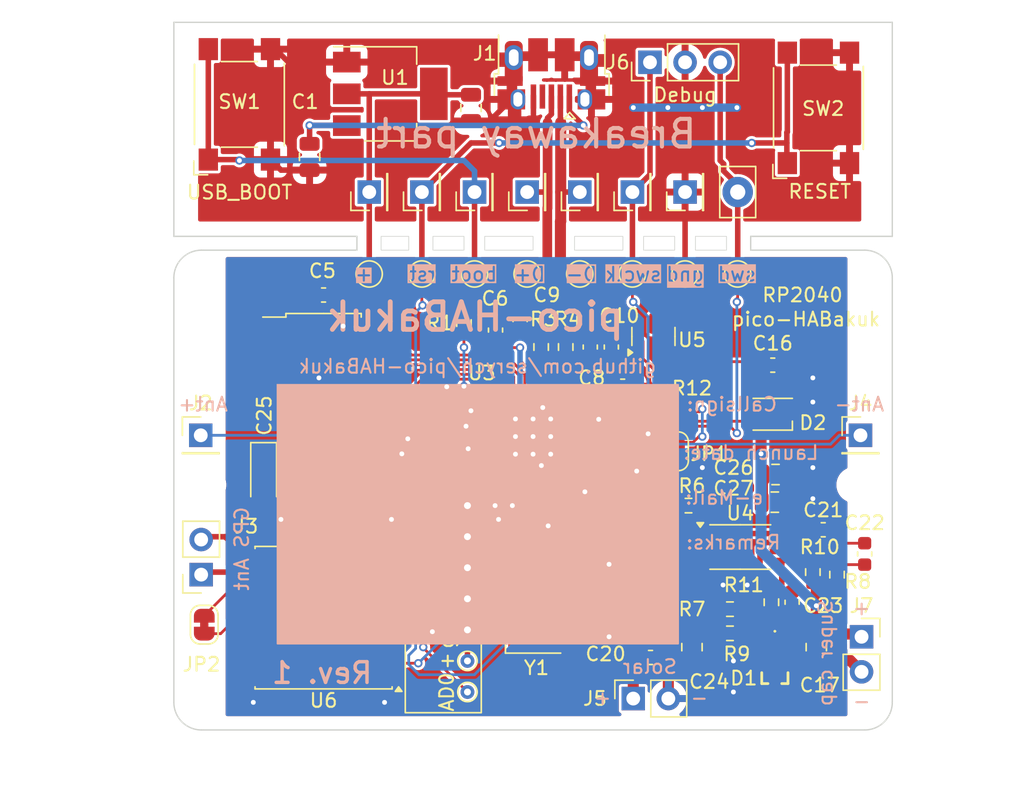
<source format=kicad_pcb>
(kicad_pcb (version 20240108) (generator "pcbnew") (generator_version "8.0")
  (title_block (title "pico-HABakuk") (date "2024-06-15") (rev "REV1") (company "Jakub Šerých, OK1SE"))
  (layers (0 "F.Cu" signal) (31 "B.Cu" signal) (34 "B.Paste" user) (35 "F.Paste" user) (36 "B.SilkS" user "B.Silkscreen") (37 "F.SilkS" user "F.Silkscreen") (38 "B.Mask" user) (39 "F.Mask" user) (44 "Edge.Cuts" user))
  (net 0 "")
  (net 1 "GND")
  (net 2 "Net-(J1-VBUS)")
  (net 3 "Net-(U3-XIN)")
  (net 4 "Net-(U3-VREG_IN)")
  (net 5 "+3V3")
  (net 6 "+1V1")
  (net 8 "/~{USB_BOOT}")
  (net 9 "/GPIO15")
  (net 10 "/GPIO14")
  (net 11 "/GPIO13")
  (net 12 "/GPIO12")
  (net 13 "/GPIO11")
  (net 14 "/GPIO10")
  (net 15 "/GPIO9")
  (net 16 "/GPIO8")
  (net 17 "/GPIO7")
  (net 18 "/GPIO6")
  (net 19 "/GPIO5")
  (net 20 "/GPIO4")
  (net 21 "/GPIO3")
  (net 22 "/GPIO2")
  (net 23 "/GPIO1")
  (net 24 "/GPIO0")
  (net 25 "/GPIO29_ADC3")
  (net 26 "/GPIO28_ADC2")
  (net 27 "/GPIO27_ADC1")
  (net 28 "/GPIO26_ADC0")
  (net 29 "/GPIO25")
  (net 30 "/GPIO24")
  (net 31 "/GPIO23")
  (net 32 "/GPIO22")
  (net 33 "/GPIO21")
  (net 34 "/GPIO20")
  (net 35 "/GPIO19")
  (net 36 "/GPIO18")
  (net 37 "/GPIO17")
  (net 38 "/GPIO16")
  (net 39 "/RUN")
  (net 40 "/SWD")
  (net 41 "/SWCLK")
  (net 42 "/QSPI_SS")
  (net 43 "Net-(U3-USB_DP)")
  (net 44 "Net-(U3-USB_DM)")
  (net 45 "/QSPI_SD3")
  (net 46 "/QSPI_SCLK")
  (net 47 "/QSPI_SD0")
  (net 48 "/QSPI_SD2")
  (net 49 "/QSPI_SD1")
  (net 50 "/USB_D+")
  (net 51 "/USB_D-")
  (net 52 "Net-(C3-Pad1)")
  (net 53 "Net-(U4-MPPT-SET)")
  (net 54 "Net-(U4-ICTRL_MINUS)")
  (net 55 "Net-(U4-ICTRL_PLUS)")
  (net 56 "Net-(U4-VCTRL)")
  (net 57 "Net-(U4-VOUT)")
  (net 59 "Net-(U4-LX)")
  (net 60 "Net-(U3-XOUT)")
  (net 61 "/Solar+")
  (net 67 "Net-(D3-K)")
  (net 72 "Net-(J3-Pin_1)")
  (net 74 "Net-(JP2-B)")
  (net 75 "Net-(Q1-S)")
  (net 76 "Net-(Q1-G)")
  (net 77 "Net-(U7-~{RESET})")
  (footprint "Capacitor_SMD:C_0805_2012Metric" (layer "F.Cu") (at 95.508 76.195 -90)
    (property "Reference" "C4" (hide yes))
    (property "Value" "10u" (hide yes))
  )
  (footprint "RP2040_minimal:USB_Micro-B_Amphenol_10103594-0001LF_Horizontal_modified" (layer "F.Cu") (at 101.325 72.55 180)
    (property "Reference" "J1")
    (property "Value" "USB_B_Micro")
  )
  (footprint "Capacitor_SMD:C_0603_1608Metric" (layer "F.Cu") (at 105.664 93.515 90)
    (property "Reference" "C10")
    (property "Value" "2u2")
  )
  (footprint "Capacitor_SMD:C_0603_1608Metric" (layer "F.Cu") (at 104.14 93.515 90)
    (property "Reference" "C8")
    (property "Value" "1u")
  )
  (footprint "Capacitor_SMD:C_0603_1608Metric" (layer "F.Cu") (at 93.515 101.2 180)
    (property "Reference" "C13")
    (property "Value" "100n")
  )
  (footprint "Capacitor_SMD:C_0603_1608Metric" (layer "F.Cu") (at 84.836 89.748 180)
    (property "Reference" "C5")
    (property "Value" "100n")
  )
  (footprint "Package_TO_SOT_SMD:SOT-223-3_TabPin2" (layer "F.Cu") (at 89.666 75.179)
    (property "Reference" "U1")
    (property "Value" "NCP1117-3.3_SOT223")
  )
  (footprint "Package_SO:SOIC-8_5.23x5.23mm_P1.27mm" (layer "F.Cu") (at 84.836 93.812)
    (property "Reference" "U2")
    (property "Value" "W25Q128JVS")
  )
  (footprint "Resistor_SMD:R_0603_1608Metric" (layer "F.Cu") (at 94.996 91.78 90)
    (property "Reference" "R1")
    (property "Value" "1k")
  )
  (footprint "Capacitor_SMD:C_0603_1608Metric" (layer "F.Cu") (at 99.06 91.526 90)
    (property "Reference" "C9")
    (property "Value" "100n")
  )
  (footprint "Capacitor_SMD:C_0603_1608Metric" (layer "F.Cu") (at 106.485 101.2)
    (property "Reference" "C12")
    (property "Value" "100n")
  )
  (footprint "Capacitor_SMD:C_0603_1608Metric" (layer "F.Cu") (at 100.838 108.5 -90)
    (property "Reference" "C14")
    (property "Value" "100n")
  )
  (footprint "Resistor_SMD:R_0603_1608Metric" (layer "F.Cu") (at 100.584 93.515 -90)
    (property "Reference" "R3")
    (property "Value" "27")
  )
  (footprint "Capacitor_SMD:C_0603_1608Metric" (layer "F.Cu") (at 102.5 108.75 -90)
    (property "Reference" "C7")
    (property "Value" "100n")
  )
  (footprint "Capacitor_SMD:C_0805_2012Metric" (layer "F.Cu") (at 83.824 79.751 -90)
    (property "Reference" "C1")
    (property "Value" "10u")
  )
  (footprint "Capacitor_SMD:C_0603_1608Metric" (layer "F.Cu") (at 93.515 97.622 180)
    (property "Reference" "C11")
    (property "Value" "100n")
  )
  (footprint "Capacitor_SMD:C_0603_1608Metric" (layer "F.Cu") (at 117.348 94.828)
    (property "Reference" "C16")
    (property "Value" "100n")
  )
  (footprint "RP2040_minimal:RP2040-QFN-56" (layer "F.Cu") (at 100 100)
    (property "Reference" "U3")
    (property "Value" "RP2040")
  )
  (footprint "Resistor_SMD:R_0603_1608Metric" (layer "F.Cu") (at 102.362 93.515 -90)
    (property "Reference" "R4")
    (property "Value" "27")
  )
  (footprint "Capacitor_SMD:C_0603_1608Metric" (layer "F.Cu") (at 97.282 92.288 90)
    (property "Reference" "C6")
    (property "Value" "100n")
  )
  (footprint "Capacitor_SMD:C_0603_1608Metric" (layer "F.Cu") (at 106.485 96.352)
    (property "Reference" "C15")
    (property "Value" "100n")
  )
  (footprint "Capacitor_SMD:C_0805_2012Metric" (layer "F.Cu") (at 120.5 115.25 -90)
    (property "Reference" "C17")
    (property "Value" "10u")
  )
  (footprint "Inductor_SMD:L_Taiyo-Yuden_MD-3030" (layer "F.Cu") (at 108.414 108.25)
    (property "Reference" "L1")
    (property "Value" "10u")
  )
  (footprint "Resistor_SMD:R_0603_1608Metric" (layer "F.Cu") (at 114.25 114.25 180)
    (property "Reference" "R9")
    (property "Value" "510m")
  )
  (footprint "MountingHole:MountingHole_2.1mm" (layer "F.Cu") (at 123.25 103.5)
    (property "Reference" "H2" (hide yes))
    (property "Value" "MountingHole" (hide yes))
  )
  (footprint "Connector_PinHeader_2.54mm:PinHeader_1x01_P2.54mm_Vertical" (layer "F.Cu") (at 95.762 82.291 90)
    (property "Reference" "TP5" (hide yes))
    (property "Value" "USB_BOOT")
  )
  (footprint "TestPoint:TestPoint_THTPad_D1.0mm_Drill0.5mm" (layer "F.Cu") (at 95.25 111.75)
    (property "Reference" "TP20" (hide yes))
    (property "Value" "13")
  )
  (footprint "Resistor_SMD:R_0603_1608Metric" (layer "F.Cu") (at 120.25 109.814 90)
    (property "Reference" "R10")
    (property "Value" "360k")
  )
  (footprint "Jumper:SolderJumper-2_P1.3mm_Bridged_RoundedPad1.0x1.5mm" (layer "F.Cu") (at 110.236 101.066 90)
    (property "Reference" "JP1")
    (property "Value" "Solar_voltage")
  )
  (footprint "TestPoint:TestPoint_Pad_D1.5mm" (layer "F.Cu") (at 95.758 88.224)
    (property "Reference" "TP13" (hide yes))
    (property "Value" "boot")
  )
  (footprint "Capacitor_SMD:C_0603_1608Metric" (layer "F.Cu") (at 98.298 111.234 180)
    (property "Reference" "C2")
    (property "Value" "15p")
  )
  (footprint "Capacitor_SMD:C_0603_1608Metric" (layer "F.Cu") (at 108.5 112)
    (property "Reference" "C18")
    (property "Value" "10u/4")
  )
  (footprint "TestPoint:TestPoint_THTPad_D1.0mm_Drill0.5mm" (layer "F.Cu") (at 95.25 105)
    (property "Reference" "TP17" (hide yes))
    (property "Value" "10")
  )
  (footprint "Resistor_SMD:R_0603_1608Metric" (layer "F.Cu") (at 93.472 102.956)
    (property "Reference" "R2")
    (property "Value" "10k")
  )
  (footprint "TestPoint:TestPoint_THTPad_D1.0mm_Drill0.5mm" (layer "F.Cu") (at 95.25 109.5)
    (property "Reference" "TP19" (hide yes))
    (property "Value" "12")
  )
  (footprint "Package_TO_SOT_SMD:SOT-23" (layer "F.Cu") (at 87 105.25)
    (property "Reference" "Q1")
    (property "Value" "BSS84")
  )
  (footprint "Capacitor_Tantalum_SMD:CP_EIA-3216-10_Kemet-I" (layer "F.Cu") (at 80.5 102.75 -90)
    (property "Reference" "C25")
    (property "Value" "220uF")
  )
  (footprint "TestPoint:TestPoint_Pad_D1.5mm" (layer "F.Cu") (at 88.138 88.224)
    (property "Reference" "TP9" (hide yes))
    (property "Value" "+")
  )
  (footprint "Connector_PinHeader_2.54mm:PinHeader_1x01_P2.54mm_Vertical" (layer "F.Cu") (at 99.572 82.291 90)
    (property "Reference" "TP2" (hide yes))
    (property "Value" "USB_D+")
  )
  (footprint "TestPoint:TestPoint_Pad_D1.5mm" (layer "F.Cu") (at 99.568 88.224)
    (property "Reference" "TP10" (hide yes))
    (property "Value" "D+")
  )
  (footprint "Connector_PinHeader_2.54mm:PinHeader_1x01_P2.54mm_Vertical" (layer "F.Cu") (at 123.698 99.908)
    (property "Reference" "J4")
    (property "Value" "Ant-")
  )
  (footprint "Resistor_SMD:R_0603_1608Metric" (layer "F.Cu") (at 93.472 99.4)
    (property "Reference" "R13")
    (property "Value" "100")
  )
  (footprint "TestPoint:TestPoint_Pad_D1.5mm" (layer "F.Cu") (at 114.808 88.224)
    (property "Reference" "TP16" (hide yes))
    (property "Value" "swd")
  )
  (footprint "Capacitor_SMD:C_0805_2012Metric" (layer "F.Cu") (at 117.55 102.75)
    (property "Reference" "C26")
    (property "Value" "10u")
  )
  (footprint "SamacSys_Parts:SOT65P210X110-3N" (layer "F.Cu") (at 106.5 103.5)
    (property "Reference" "U7")
    (property "Value" "MAX809STRG" (hide yes))
  )
  (footprint "Capacitor_SMD:C_0603_1608Metric" (layer "F.Cu") (at 101.854 111.234)
    (property "Reference" "C3")
    (property "Value" "15p")
  )
  (footprint "Crystal:Crystal_SMD_3225-4Pin_3.2x2.5mm" (layer "F.Cu") (at 100 114.034)
    (property "Reference" "Y1")
    (property "Value" "ABM8-272-T3")
  )
  (footprint "MountingHole:MountingHole_2.1mm" (layer "F.Cu") (at 76.5 103.5)
    (property "Reference" "H1" (hide yes))
    (property "Value" "MountingHole" (hide yes))
  )
  (footprint "Connector_PinHeader_2.54mm:PinHeader_1x01_P2.54mm_Vertical" (layer "F.Cu") (at 91.952 82.291 90)
    (property "Reference" "TP6" (hide yes))
    (property "Value" "Reset")
  )
  (footprint "Connector_PinHeader_2.54mm:PinHeader_1x01_P2.54mm_Vertical" (layer "F.Cu") (at 75.946 99.908)
    (property "Reference" "J2")
    (property "Value" "Ant+")
  )
  (footprint "Connector_PinSocket_2.54mm:PinSocket_1x02_P2.54mm_Vertical" (layer "F.Cu") (at 123.775 114.5)
    (property "Reference" "J7")
    (property "Value" "Super_Cap")
  )
  (footprint "Capacitor_SMD:C_0603_1608Metric" (layer "F.Cu") (at 118.75 112 -90)
    (property "Reference" "C23")
    (property "Value" "1n")
  )
  (footprint "LED_SMD:LED_WS2812B-2020_PLCC4_2.0x2.0mm" (layer "F.Cu") (at 117.348 98.384 180)
    (property "Reference" "D2")
    (property "Value" "WS2812B-2020")
  )
  (footprint "Jumper:SolderJumper-2_P1.3mm_Bridged_RoundedPad1.0x1.5mm" (layer "F.Cu") (at 76.2 113.624 -90)
    (property "Reference" "JP2")
    (property "Value" "GPS+Glonass")
  )
  (footprint "Package_SO:TSSOP-8_4.4x3mm_P0.65mm" (layer "F.Cu") (at 115 108)
    (property "Reference" "U4")
    (property "Value" "SPV1040T")
  )
  (footprint "Capacitor_SMD:C_0603_1608Metric" (layer "F.Cu") (at 124 108.5 -90)
    (property "Reference" "C22")
    (property "Value" "1u")
  )
  (footprint "TestPoint:TestPoint_Pad_D1.5mm" (layer "F.Cu") (at 107.188 88.224)
    (property "Reference" "TP15" (hide yes))
    (property "Value" "swclk")
  )
  (footprint "TestPoint:TestPoint_Pad_D1.5mm" (layer "F.Cu") (at 91.948 88.224)
    (property "Reference" "TP14" (hide yes))
    (property "Value" "rst")
  )
  (footprint "TestPoint:TestPoint_Pad_D1.5mm" (layer "F.Cu") (at 103.378 88.224)
    (property "Reference" "TP11" (hide yes))
    (property "Value" "D-")
  )
  (footprint "Connector_Pin:Pin_D1.1mm_L10.2mm_W3.5mm_Flat" (layer "F.Cu") (at 114.812 82.291 90)
    (property "Reference" "TP8" (hide yes))
    (property "Value" "SWD")
  )
  (footprint "TestPoint:TestPoint_THTPad_D1.0mm_Drill0.5mm" (layer "F.Cu") (at 95.25 116.25)
    (property "Reference" "TP22" (hide yes))
    (property "Value" "+")
  )
  (footprint "Resistor_SMD:R_0603_1608Metric" (layer "F.Cu") (at 104.5 105.75)
    (property "Reference" "R14")
    (property "Value" "2k2")
  )
  (footprint "TestPoint:TestPoint_THTPad_D1.0mm_Drill0.5mm" (layer "F.Cu") (at 95.25 107.25)
    (property "Reference" "TP18" (hide yes))
    (property "Value" "11")
  )
  (footprint "Capacitor_SMD:C_0805_2012Metric" (layer "F.Cu") (at 111.5 115.25 -90)
    (property "Reference" "C24")
    (property "Value" "10u/10")
  )
  (footprint "RF_GPS:ublox_MAX" (layer "F.Cu") (at 84.836 113.116 180)
    (property "Reference" "U6")
    (property "Value" "GP-02")
  )
  (footprint "Connector_PinSocket_2.54mm:PinSocket_1x02_P2.54mm_Vertical" (layer "F.Cu") (at 75.975 110 180)
    (property "Reference" "J3")
    (property "Value" "GPS Ant")
  )
  (footprint "Resistor_SMD:R_0603_1608Metric" (layer "F.Cu") (at 109.22 96.5 90)
    (property "Reference" "R12")
    (property "Value" "200")
  )
  (footprint "Connector_PinHeader_2.54mm:PinHeader_1x01_P2.54mm_Vertical" (layer "F.Cu") (at 88.142 82.291 90)
    (property "Reference" "TP1" (hide yes))
    (property "Value" "+3V3")
  )
  (footprint "Resistor_SMD:R_0603_1608Metric" (layer "F.Cu") (at 114.25 112.5)
    (property "Reference" "R7")
    (property "Value" "1k")
  )
  (footprint "Button_Switch_SMD:SW_SPST_Omron_B3FS-100xP" (layer "F.Cu") (at 78.744 75.941 90)
    (property "Reference" "SW1")
    (property "Value" "USB BOOT" (hide yes))
  )
  (footprint "Capacitor_SMD:C_0603_1608Metric" (layer "F.Cu") (at 108.5 114)
    (property "Reference" "C19")
    (property "Value" "10u/4")
  )
  (footprint "Package_TO_SOT_SMD:SOT-23" (layer "F.Cu") (at 108.712 92.75 90)
    (property "Reference" "U5")
    (property "Value" "LM4040DBZ-3")
  )
  (footprint "Capacitor_SMD:C_0603_1608Metric" (layer "F.Cu") (at 121 106.75)
    (property "Reference" "C21")
    (property "Value" "1n")
  )
  (footprint "Resistor_SMD:R_0603_1608Metric" (layer "F.Cu") (at 122 110 -90)
    (property "Reference" "R8")
    (property "Value" "1k")
  )
  (footprint "Resistor_SMD:R_0603_1608Metric" (layer "F.Cu") (at 117.25 112 -90)
    (property "Reference" "R11")
    (property "Value" "220k")
  )
  (footprint "Capacitor_SMD:C_0603_1608Metric" (layer "F.Cu") (at 108.5 116)
    (property "Reference" "C20")
    (property "Value" "10u/4")
  )
  (footprint "Connector_PinHeader_2.54mm:PinHeader_1x01_P2.54mm_Vertical" (layer "F.Cu") (at 103.382 82.291 90)
    (property "Reference" "TP3" (hide yes))
    (property "Value" "USB_D-")
  )
  (footprint "Connector_PinHeader_2.54mm:PinHeader_1x01_P2.54mm_Vertical" (layer "F.Cu") (at 111.002 82.291 90)
    (property "Reference" "TP4" (hide yes))
    (property "Value" "GND")
  )
  (footprint "Button_Switch_SMD:SW_SPST_Omron_B3FS-100xP" (layer "F.Cu") (at 120.654 76.195 90)
    (property "Reference" "SW2")
    (property "Value" "RESET")
  )
  (footprint "Connector_PinHeader_2.54mm:PinHeader_1x03_P2.54mm_Vertical" (layer "F.Cu") (at 108.462 72.893 90)
    (property "Reference" "J6")
    (property "Value" "Debug")
  )
  (footprint "Resistor_SMD:R_0603_1608Metric" (layer "F.Cu") (at 111.25 105)
    (property "Reference" "R6")
    (property "Value" "1k")
  )
  (footprint "Package_TO_SOT_SMD:SOT-323_SC-70" (layer "F.Cu") (at 83.5 102.25 -90)
    (property "Reference" "D3")
    (property "Value" "BAT54W")
  )
  (footprint "Connector_PinSocket_2.54mm:PinSocket_1x02_P2.54mm_Vertical" (layer "F.Cu") (at 107.25 118.975 90)
    (property "Reference" "J5")
    (property "Value" "Solar")
  )
  (footprint "TestPoint:TestPoint_THTPad_D1.0mm_Drill0.5mm" (layer "F.Cu") (at 95.25 114)
    (property "Reference" "TP21" (hide yes))
    (property "Value" "gnd")
  )
  (footprint "Connector_PinHeader_2.54mm:PinHeader_1x01_P2.54mm_Vertical" (layer "F.Cu") (at 107.192 82.291 90)
    (property "Reference" "TP7" (hide yes))
    (property "Value" "SWCLK")
  )
  (footprint "TestPoint:TestPoint_THTPad_D1.0mm_Drill0.5mm" (layer "F.Cu") (at 95.25 118.5)
    (property "Reference" "TP23" (hide yes))
    (property "Value" "AD0")
  )
  (footprint "Capacitor_SMD:C_0805_2012Metric" (layer "F.Cu") (at 117.5 104.75)
    (property "Reference" "C27")
    (property "Value" "10u")
  )
  (footprint "TestPoint:TestPoint_Pad_D1.5mm" (layer "F.Cu") (at 110.998 88.224)
    (property "Reference" "TP12" (hide yes))
    (property "Value" "gnd")
  )
  (footprint "SamacSys_Parts:SMM4F15ATR" (layer "F.Cu") (at 117.5 116 90)
    (property "Reference" "D1")
    (property "Value" "SMM4F5.0A-TR" (hide yes))
  )
  (footprint "Resistor_SMD:R_0603_1608Metric" (layer "F.Cu") (at 99.3 108.234 -90)
    (property "Reference" "R5")
    (property "Value" "1k")
  )
  (gr_poly (pts (xy 109.914 107.25) (xy 111.414 108.25) (xy 109.914 109.25) (xy 109.914 107.25)) (stroke (width 0.2)) (fill solid) (layer "F.Cu") (net 59))
  (gr_rect (start 113.25 107.75) (end 115.75 111.25) (stroke (width 0.4)) (fill solid) (layer "F.Cu") (net 1))
  (gr_rect (start 81.5 96.25) (end 110.5 115) (stroke (width 0.12)) (fill solid) (layer "B.SilkS"))
  (gr_rect (start 90.75 104) (end 96.25 120) (stroke (width 0.12)) (fill none) (layer "F.SilkS"))
  (gr_rect (start 103 85.5) (end 106.5 86.5) (stroke (width 0.05)) (fill none) (layer "Edge.Cuts"))
  (gr_line (start 74 119.25) (end 74 88.5) (stroke (width 0.1)) (layer "Edge.Cuts"))
  (gr_line (start 124 86.5) (end 115.75 86.5) (stroke (width 0.1)) (layer "Edge.Cuts"))
  (gr_rect (start 96.5 85.5) (end 100 86.5) (stroke (width 0.05)) (fill none) (layer "Edge.Cuts"))
  (gr_line (start 124 121.25) (end 76 121.25) (stroke (width 0.1)) (layer "Edge.Cuts"))
  (gr_arc (start 126 119.25) (mid 125.414214 120.664214) (end 124 121.25) (stroke (width 0.1)) (layer "Edge.Cuts"))
  (gr_line (start 115.75 85.5) (end 126 85.5) (stroke (width 0.1)) (layer "Edge.Cuts"))
  (gr_line (start 87.25 85.5) (end 87.25 86.5) (stroke (width 0.1)) (layer "Edge.Cuts"))
  (gr_line (start 87.25 86.5) (end 76 86.5) (stroke (width 0.1)) (layer "Edge.Cuts"))
  (gr_rect (start 89 85.5) (end 91 86.5) (stroke (width 0.05)) (fill none) (layer "Edge.Cuts"))
  (gr_line (start 126 70) (end 126 85.5) (stroke (width 0.1)) (layer "Edge.Cuts"))
  (gr_line (start 126 88.5) (end 126 119.25) (stroke (width 0.1)) (layer "Edge.Cuts"))
  (gr_line (start 74 85.5) (end 74 70) (stroke (width 0.1)) (layer "Edge.Cuts"))
  (gr_line (start 74 85.5) (end 87.25 85.5) (stroke (width 0.1)) (layer "Edge.Cuts"))
  (gr_arc (start 124 86.5) (mid 125.414214 87.085786) (end 126 88.5) (stroke (width 0.1)) (layer "Edge.Cuts"))
  (gr_rect (start 111.75 85.5) (end 114 86.5) (stroke (width 0.05)) (fill none) (layer "Edge.Cuts"))
  (gr_rect (start 92.75 85.5) (end 95 86.5) (stroke (width 0.05)) (fill none) (layer "Edge.Cuts"))
  (gr_arc (start 76 121.25) (mid 74.585786 120.664214) (end 74 119.25) (stroke (width 0.1)) (layer "Edge.Cuts"))
  (gr_line (start 74 70) (end 126 70) (stroke (width 0.1)) (layer "Edge.Cuts"))
  (gr_rect (start 108 85.5) (end 110.25 86.5) (stroke (width 0.05)) (fill none) (layer "Edge.Cuts"))
  (gr_line (start 115.75 86.5) (end 115.75 85.5) (stroke (width 0.1)) (layer "Edge.Cuts"))
  (gr_arc (start 74 88.5) (mid 74.585786 87.085786) (end 76 86.5) (stroke (width 0.1)) (layer "Edge.Cuts"))
  (gr_text "e-Mail:" (at 116.75 105 0) (layer "B.SilkS") (effects (font (size 1 1)) (justify left bottom mirror)))
  (gr_text "Rev. 1" (at 88.5 118 0) (layer "B.SilkS") (effects (font (size 1.5 1.5) (thickness 0.25) (bold yes)) (justify left bottom mirror)))
  (gr_text "+" (at 124.5 113 0) (layer "B.SilkS") (effects (font (size 1 1)) (justify left bottom mirror)))
  (gr_text "-" (at 124.5 119.75 0) (layer "B.SilkS") (effects (font (size 1 1)) (justify left bottom mirror)))
  (gr_text "-" (at 112.75 119.5 0) (layer "B.SilkS") (effects (font (size 1 1)) (justify left bottom mirror)))
  (gr_text "+" (at 105.75 119.5 0) (layer "B.SilkS") (effects (font (size 1 1)) (justify left bottom mirror)))
  (gr_text "Breakaway part" (at 112 79.25 -0) (layer "B.SilkS") (effects (font (size 2 2) (thickness 0.3)) (justify left bottom mirror)))
  (gr_text "github.com/serych/pico-HABakuk" (at 109 95.5 0) (layer "B.SilkS") (effects (font (size 1 1)) (justify left bottom mirror)))
  (gr_text "Ant-" (at 125.5 98.25 0) (layer "B.SilkS") (effects (font (size 1 1)) (justify left bottom mirror)))
  (gr_text "pico-HABakuk" (at 106.75 92.5 0) (layer "B.SilkS") (effects (font (size 2 2) (thickness 0.35) (bold yes)) (justify left bottom mirror)))
  (gr_text "Callsign:" (at 117.75 98.25 0) (layer "B.SilkS") (effects (font (size 1 1)) (justify left bottom mirror)))
  (gr_text "Launch date:" (at 120.75 101.75 0) (layer "B.SilkS") (effects (font (size 1 1)) (justify left bottom mirror)))
  (gr_text "GPS Ant" (at 79.5 105 90) (layer "B.SilkS") (effects (font (size 1 1)) (justify left bottom mirror)))
  (gr_text "Super cap" (at 121.75 111.75 90) (layer "B.SilkS") (effects (font (size 1 1)) (justify left bottom mirror)))
  (gr_text "Solar" (at 110.5 117.25 0) (layer "B.SilkS") (effects (font (size 1 1)) (justify left bottom mirror)))
  (gr_text "Remarks:" (at 118 108.25 0) (layer "B.SilkS") (effects (font (size 1 1)) (justify left bottom mirror)))
  (gr_text "Ant+" (at 78 98.25 0) (layer "B.SilkS") (effects (font (size 1 1)) (justify left bottom mirror)))
  (gr_text "RP2040" (at 119.5 89.75 0) (layer "F.SilkS") (effects (font (size 1 1))))
  (gr_text "pico-HABakuk" (at 119.75 91.5 0) (layer "F.SilkS") (effects (font (size 1 1))))
  (gr_text "GPIO" (at 92.75 114.25 90) (layer "F.SilkS") (effects (font (size 1.5 1.5) (thickness 0.3) (bold yes)) (justify left bottom)))
  (gr_text "\nUSB_BOOT" (at 78.75 81.5 0) (layer "F.SilkS") (effects (font (size 1 1))))
  (segment (start 98.425 74.3375) (end 98.3375 74.25) (width 0.4) (layer "F.Cu") (net 1))
  (segment (start 115.5 110.75) (end 115.75 111) (width 0.4) (layer "F.Cu") (net 1))
  (segment (start 109.275 115) (end 109.275 114) (width 0.8) (layer "F.Cu") (net 1))
  (segment (start 106.97 101.2) (end 107.075 101.305) (width 0.2) (layer "F.Cu") (net 1))
  (segment (start 84.061 89.748) (end 84.061 93.691999) (width 0.4) (layer "F.Cu") (net 1))
  (segment (start 115.75 110.5) (end 115.5 110.75) (width 0.4) (layer "F.Cu") (net 1))
  (segment (start 98.425 75.58) (end 98.425 74.3375) (width 0.4) (layer "F.Cu") (net 1))
  (segment (start 100.838 109.275) (end 102.25 109.275) (width 0.15) (layer "F.Cu") (net 1))
  (segment (start 103.785 72.3) (end 104.055 72.57) (width 0.2) (layer "F.Cu") (net 1))
  (segment (start 89.666 72.385) (end 98.435 72.385) (width 0.4) (layer "F.Cu") (net 1))
  (segment (start 115.75 107.75) (end 115.75 110.5) (width 0.4) (layer "F.Cu") (net 1))
  (segment (start 80.086 110.916) (end 81.874 110.916) (width 0.4) (layer "F.Cu") (net 1))
  (segment (start 116.75 113.325) (end 117.25 112.825) (width 0.4) (layer "F.Cu") (net 1))
  (segment (start 113.75 110.75) (end 114.25 110.25) (width 0.4) (layer "F.Cu") (net 1))
  (segment (start 118.123 94.828) (end 118.123 97.694) (width 0.2) (layer "F.Cu") (net 1))
  (segment (start 89.586 117.516) (end 87.966 117.516) (width 0.4) (layer "F.Cu") (net 1))
  (segment (start 102.25 109.275) (end 102.5 109.525) (width 0.15) (layer "F.Cu") (net 1))
  (segment (start 86.516 72.879) (end 89.172 72.879) (width 0.4) (layer "F.Cu") (net 1))
  (segment (start 114.25 110.25) (end 114.25 109.75) (width 0.4) (layer "F.Cu") (net 1))
  (segment (start 98.435 72.385) (end 98.6 72.55) (width 0.4) (layer "F.Cu") (net 1))
  (segment (start 99 103.4375) (end 99 104.75) (width 0.2) (layer "F.Cu") (net 1))
  (segment (start 115.675 107.675) (end 115.75 107.75) (width 0.4) (layer "F.Cu") (net 1))
  (segment (start 122.935 116.2) (end 123.775 117.04) (width 0.8) (layer "F.Cu") (net 1))
  (segment (start 106.97 96) (end 107.6 96) (width 0.15) (layer "F.Cu") (net 1))
  (segment (start 82.042 111.084) (end 81.874 110.916) (width 0.4) (layer "F.Cu") (net 1))
  (segment (start 98.865 72.3) (end 98.595 72.57) (width 0.2) (layer "F.Cu") (net 1))
  (segment (start 118.65 118.05) (end 120.5 116.2) (width 0.8) (layer "F.Cu") (net 1))
  (segment (start 109.475 116.2) (end 109.275 116) (width 0.8) (layer "F.Cu") (net 1))
  (segment (start 104.225 74.3375) (end 104.3125 74.25) (width 0.4) (layer "F.Cu") (net 1))
  (segment (start 80.086 110.916) (end 78.258 110.916) (width 0.2) (layer "F.Cu") (net 1))
  (segment (start 114.25 111.25) (end 113.75 110.75) (width 0.4) (layer "F.Cu") (net 1))
  (segment (start 99 104.75) (end 98.75 104.75) (width 0.2) (layer "F.Cu") (net 1))
  (segment (start 109.275 116) (end 109.275 115) (width 0.8) (layer "F.Cu") (net 1))
  (segment (start 104.225 75.58) (end 104.225 74.3375) (width 0.4) (layer "F.Cu") (net 1))
  (segment (start 112.1375 107.675) (end 115.675 107.675) (width 0.4) (layer "F.Cu") (net 1))
  (segment (start 79.166 108.716) (end 77.704 107.254) (width 0.4) (layer "F.Cu") (net 1))
  (segment (start 82.286 72.879) (end 86.516 72.879) (width 0.4) (layer "F.Cu") (net 1))
  (segment (start 82.035999 95.717) (end 81.236 95.717) (width 0.4) (layer "F.Cu") (net 1))
  (segment (start 100.365 72.3) (end 98.865 72.3) (width 0.2) (layer "F.Cu") (net 1))
  (segment (start 80.994 79.941) (end 80.994 71.941) (width 0.4) (layer "F.Cu") (net 1))
  (segment (start 92.74 97.147) (end 93.493 96.394) (width 0.6) (layer "F.Cu") (net 1))
  (segment (start 80.086 108.716) (end 79.166 108.716) (width 0.4) (layer "F.Cu") (net 1))
  (segment (start 118.123 97.694) (end 118.263 97.834) (width 0.2) (layer "F.Cu") (net 1))
  (segment (start 82.214 108.716) (end 82.296 108.798) (width 0.4) (layer "F.Cu") (net 1))
  (segment (start 109.79 116.515) (end 109.275 116) (width 0.8) (layer "F.Cu") (net 1))
  (segment (start 111.002 82.291) (end 111.002 72.893) (width 0.4) (layer "F.Cu") (net 1))
  (segment (start 93.493 96.394) (end 93.75 96.394) (width 0.6) (layer "F.Cu") (net 1))
  (segment (start 83.824 80.701) (end 81.754 80.701) (width 0.4) (layer "F.Cu") (net 1))
  (segment (start 114.25 109.75) (end 114.5 109.5) (width 0.4) (layer "F.Cu") (net 1))
  (segment (start 117.5 118.05) (end 118.65 118.05) (width 0.8) (layer "F.Cu") (net 1))
  (segment (start 92.74 97.622) (end 92.74 97.147) (width 0.6) (layer "F.Cu") (net 1))
  (segment (start 114.575 113.325) (end 114.25 113) (width 0.4) (layer "F.Cu") (net 1))
  (segment (start 95.508 77.145) (end 96.86 77.145) (width 0.4) (layer "F.Cu") (net 1))
  (segment (start 89.172 72.879) (end 89.666 72.385) (width 0.4) (layer "F.Cu") (net 1))
  (segment (start 115.75 111) (end 115.75 111.25) (width 0.4) (layer "F.Cu") (net 1))
  (segment (start 111.5 116.2) (end 109.475 116.2) (width 0.8) (layer "F.Cu") (net 1))
  (segment (start 96.86 77.145) (end 98.425 75.58) (width 0.4) (layer "F.Cu") (net 1))
  (segment (start 80.994 71.941) (end 81.348 71.941) (width 0.4) (layer "F.Cu") (net 1))
  (segment (start 117.25 112.825) (end 118.7 112.825) (width 0.4) (layer "F.Cu") (net 1))
  (segment (start 98.75 104.75) (end 98.5 105) (width 0.2) (layer "F.Cu") (net 1))
  (segment (start 78.258 110.916) (end 76.2 112.974) (width 0.2) (layer "F.Cu") (net 1))
  (segment (start 109.275 114) (end 109.275 112) (width 0.8) (layer "F.Cu") (net 1))
  (segment (start 77.704 107.254) (end 76.175 107.254) (width 0.4) (layer "F.Cu") (net 1))
  (segment (start 81.754 80.701) (end 80.994 79.941) (width 0.4) (layer "F.Cu") (net 1))
  (segment (start 109.275 115) (end 109.325 114.95) (width 0.8) (layer "F.Cu") (net 1))
  (segment (start 84.061 93.691999) (end 82.035999 95.717) (width 0.4) (layer "F.Cu") (net 1))
  (segment (start 111.002 82.291) (end 111.002 89.149) (width 0.4) (layer "F.Cu") (net 1))
  (segment (start 80.086 108.716) (end 82.214 108.716) (width 0.4) (layer "F.Cu") (net 1))
  (segment (start 87.884 117.434) (end 87.966 117.516) (width 0.4) (layer "F.Cu") (net 1))
  (segment (start 114.25 113) (end 114.25 111.25) (width 0.4) (layer "F.Cu") (net 1))
  (segment (start 102.285 72.3) (end 103.785 72.3) (width 0.2) (layer "F.Cu") (net 1))
  (segment (start 118.7 112.825) (end 118.75 112.775) (width 0.4) (layer "F.Cu") (net 1))
  (segment (start 81.348 71.941) (end 82.286 72.879) (width 0.4) (layer "F.Cu") (net 1))
  (segment (start 120.5 116.2) (end 122.935 116.2) (width 0.8) (layer "F.Cu") (net 1))
  (segment (start 114.575 113.325) (end 116.75 113.325) (width 0.4) (layer "F.Cu") (net 1))
  (segment (start 109.79 118.975) (end 109.79 116.515) (width 0.8) (layer "F.Cu") (net 1))
  (via (at 89.25 119.25) (size 0.6) (drill 0.35) (layers "F.Cu" "B.Cu") (net 1))
  (via (at 86.25 92) (size 0.6) (drill 0.35) (layers "F.Cu" "B.Cu") (net 1))
  (via (at 112.25 102.25) (size 0.6) (drill 0.35) (layers "F.Cu" "B.Cu") (net 1))
  (via (at 120.25 97.5) (size 0.6) (drill 0.35) (layers "F.Cu" "B.Cu") (net 1))
  (via (at 109.754 76.175) (size 0.6) (drill 0.35) (layers "F.Cu" "B.Cu") (net 1))
  (via (at 90.5 101.25) (size 0.6) (drill 0.35) (layers "F.Cu" "B.Cu") (net 1))
  (via (at 120.25 102.25) (size 0.6) (drill 0.35) (layers "F.Cu" "B.Cu") (net 1))
  (via (at 114.754 76.175) (size 0.6) (drill 0.35) (layers "F.Cu" "B.Cu") (net 1))
  (via (at 114.5 118.5) (size 0.6) (drill 0.35) (layers "F.Cu" "B.Cu") (net 1))
  (via (at 105.5 109.25) (size 0.6) (drill 0.35) (layers "F.Cu" "B.Cu") (net 1))
  (via (at 98.5 105) (size 0.6) (drill 0.35) (layers "F.Cu" "B.Cu") (net 1))
  (via (at 112.254 76.175) (size 0.6) (drill 0.35) (layers "F.Cu" "B.Cu") (net 1))
  (via (at 105.5 114.5) (size 0.6) (drill 0.35) (layers "F.Cu" "B.Cu") (net 1))
  (via (at 79.75 119.25) (size 0.6) (drill 0.35) (layers "F.Cu" "B.Cu") (net 1))
  (via (at 81.75 106) (size 0.6) (drill 0.35) (layers "F.Cu" "B.Cu") (net 1))
  (via (at 84.5 95.75) (size 0.6) (drill 0.35) (layers "F.Cu" "B.Cu") (net 1))
  (via (at 115.5 110.75) (size 0.6) (drill 0.35) (layers "F.Cu" "B.Cu") (net 1))
  (via (at 97.5 106) (size 0.6) (drill 0.35) (layers "F.Cu" "B.Cu") (net 1))
  (via (at 93.75 96.394) (size 0.6) (drill 0.35) (layers "F.Cu" "B.Cu") (net 1))
  (via (at 113.75 110.75) (size 0.6) (drill 0.35) (layers "F.Cu" "B.Cu") (net 1))
  (via (at 107.254 76.175) (size 0.6) (drill 0.35) (layers "F.Cu" "B.Cu") (net 1))
  (via (at 120.25 95.75) (size 0.6) (drill 0.35) (layers "F.Cu" "B.Cu") (net 1))
  (via (at 97.25 105) (size 0.6) (drill 0.35) (layers "F.Cu" "B.Cu") (net 1))
  (via (at 89.75 106) (size 0.6) (drill 0.35) (layers "F.Cu" "B.Cu") (net 1))
  (via (at 114.5 116.25) (size 0.6) (drill 0.35) (layers "F.Cu" "B.Cu") (net 1))
  (via (at 107.5 102.5) (size 0.6) (drill 0.35) (layers "F.Cu" "B.Cu") (net 1))
  (via (at 120.25 104.5) (size 0.6) (drill 0.35) (layers "F.Cu" "B.Cu") (net 1))
  (segment (start 112.254 76.175) (end 114.754 76.175) (width 0.6) (layer "B.Cu") (net 1))
  (segment (start 107.254 76.175) (end 109.754 76.175) (width 0.6) (layer "B.Cu") (net 1))
  (segment (start 109.754 76.175) (end 112.254 76.175) (width 0.6) (layer "B.Cu") (net 1))
  (segment (start 83.824 78.801) (end 83.824 77.465) (width 0.4) (layer "F.Cu") (net 2))
  (segment (start 83.824 77.465) (end 86.502 77.465) (width 0.4) (layer "F.Cu") (net 2))
  (segment (start 102.625 76.454) (end 103.636 77.465) (width 0.4) (layer "F.Cu") (net 2))
  (segment (start 102.625 76.35) (end 102.625 76.454) (width 0.4) (layer "F.Cu") (net 2))
  (segment (start 102.625 75.375) (end 102.625 76.35) (width 0.4) (layer "F.Cu") (net 2))
  (segment (start 86.502 77.465) (end 86.516 77.479) (width 0.4) (layer "F.Cu") (net 2))
  (via (at 103.636 77.465) (size 0.6) (drill 0.35) (layers "F.Cu" "B.Cu") (net 2))
  (via (at 83.824 77.465) (size 0.6) (drill 0.35) (layers "F.Cu" "B.Cu") (net 2))
  (segment (start 103.636 77.465) (end 83.824 77.465) (width 0.4) (layer "B.Cu") (net 2))
  (segment (start 99.15 114.884) (end 98.9 114.884) (width 0.15) (layer "F.Cu") (net 3))
  (segment (start 100 112.054) (end 100 114.034) (width 0.15) (layer "F.Cu") (net 3))
  (segment (start 99.4 103.4375) (end 99.4 106.128) (width 0.15) (layer "F.Cu") (net 3))
  (segment (start 99.4 106.128) (end 98.6 106.928) (width 0.15) (layer "F.Cu") (net 3))
  (segment (start 98.6 110.654) (end 100 112.054) (width 0.15) (layer "F.Cu") (net 3))
  (segment (start 98.6 106.928) (end 98.6 110.654) (width 0.15) (layer "F.Cu") (net 3))
  (segment (start 100 114.034) (end 99.15 114.884) (width 0.15) (layer "F.Cu") (net 3))
  (segment (start 102.2 96.006) (end 102.362 95.844) (width 0.2) (layer "F.Cu") (net 4))
  (segment (start 102.362 95.844) (end 104.11 95.844) (width 0.2) (layer "F.Cu") (net 4))
  (segment (start 104.11 95.844) (end 105.664 94.29) (width 0.2) (layer "F.Cu") (net 4))
  (segment (start 107.635 94.29) (end 107.762 94.163) (width 0.2) (layer "F.Cu") (net 4))
  (segment (start 105.664 94.29) (end 107.635 94.29) (width 0.2) (layer "F.Cu") (net 4))
  (segment (start 107.762 94.163) (end 109.22 95.621) (width 0.2) (layer "F.Cu") (net 4))
  (segment (start 102.2 96.5625) (end 102.2 96.006) (width 0.2) (layer "F.Cu") (net 4))
  (segment (start 96.5625 101) (end 97.206 101) (width 0.2) (layer "F.Cu") (net 5))
  (segment (start 97.536 97.368) (end 97.568 97.4) (width 0.15) (layer "F.Cu") (net 5))
  (segment (start 97.25 101.044) (end 97.25 102) (width 0.2) (layer "F.Cu") (net 5))
  (segment (start 99.822 93.063) (end 99.06 92.301) (width 0.2) (layer "F.Cu") (net 5))
  (segment (start 120.5 112.25) (end 120.5 110.889) (width 0.8) (layer "F.Cu") (net 5))
  (segment (start 97.206 101) (end 97.25 101.044) (width 0.2) (layer "F.Cu") (net 5))
  (segment (start 97.925 102.675) (end 100.075 102.675) (width 0.2) (layer "F.Cu") (net 5))
  (segment (start 107.45 103.5) (end 104.85 103.5) (width 0.2) (layer "F.Cu") (net 5))
  (segment (start 102.6 97.352) (end 102.6 96.5625) (width 0.15) (layer "F.Cu") (net 5))
  (segment (start 105.41 101.5) (end 105.71 101.2) (width 0.2) (layer "F.Cu") (net 5))
  (segment (start 116.6 103.25) (end 116.6 105.2) (width 0.8) (layer "F.Cu") (net 5))
  (segment (start 103.4375 101) (end 102.97435 101) (width 0.2) (layer "F.Cu") (net 5))
  (segment (start 100.2 95.7) (end 100.2 96.5625) (width 0.2) (layer "F.Cu") (net 5))
  (segment (start 120.436 110.825) (end 120.25 110.639) (width 0.4) (layer "F.Cu") (net 5))
  (segment (start 102.575 102.675) (end 100.075 102.675) (width 0.2) (layer "F.Cu") (net 5))
  (segment (start 92.882 75.245) (end 92.816 75.179) (width 0.4) (layer "F.Cu") (net 5))
  (segment (start 117.348 97.114) (end 117.348 98.019) (width 0.2) (layer "F.Cu") (net 5))
  (segment (start 116.6 105.2) (end 116.55 105.25) (width 0.8) (layer "F.Cu") (net 5))
  (segment (start 100.6 95.799998) (end 100.350001 95.549999) (width 0.2) (layer "F.Cu") (net 5))
  (segment (start 84.15 101.65) (end 84.15 101.25) (width 0.4) (layer "F.Cu") (net 5))
  (segment (start 100.5335 107.4205) (end 100.381 107.4205) (width 0.2) (layer "F.Cu") (net 5))
  (segment (start 100.6 97.2) (end 100.4 97.4) (width 0.2) (layer "F.Cu") (net 5))
  (segment (start 88.142 75.179) (end 88.142 82.291) (width 0.4) (layer "F.Cu") (net 5))
  (segment (start 91.25 105.25) (end 87.4375 105.25) (width 0.4) (layer "F.Cu") (net 5))
  (segment (start 112.776 94.574) (end 110.025 97.325) (width 0.2) (layer "F.Cu") (net 5))
  (segment (start 97.536 97.368) (end 97.504 97.4) (width 0.15) (layer "F.Cu") (net 5))
  (segment (start 120.45 114.25) (end 120.5 114.3) (width 0.8) (layer "F.Cu") (net 5))
  (segment (start 94.232 101.432) (end 94 101.2) (width 0.2) (layer "F.Cu") (net 5))
  (segment (start 100.2 107.2395) (end 100.2 103.4375) (width 0.2) (layer "F.Cu") (net 5))
  (segment (start 85.063738 105.25) (end 84.25 104.436262) (width 0.4) (layer "F.Cu") (net 5))
  (segment (start 84.25 104.436262) (end 84.25 101.75) (width 0.4) (layer "F.Cu") (net 5))
  (segment (start 88.142 75.179) (end 92.816 75.179) (width 0.4) (layer "F.Cu") (net 5))
  (segment (start 99.822 94.761469) (end 99.822 93.063) (width 0.2) (layer "F.Cu") (net 5))
  (segment (start 104.662 97.4) (end 105.71 96.352) (width 0.15) (layer "F.Cu") (net 5))
  (segment (start 123.575 114.3) (end 123.775 114.5) (width 0.8) (layer "F.Cu") (net 5))
  (segment (start 116.5 103.15) (end 116.6 103.25) (width 0.8) (layer "F.Cu") (net 5))
  (segment (start 104.85 103.5) (end 104.5 103.15) (width 0.2) (layer "F.Cu") (net 5))
  (segment (start 78.985 92.265) (end 82.75 88.5) (width 0.15) (layer "F.Cu") (net 5))
  (segment (start 110.025 97.325) (end 106.683 97.325) (width 0.2) (layer "F.Cu") (net 5))
  (segment (start 105.8 101) (end 106 101.2) (width 0.2) (layer "F.Cu") (net 5))
  (segment (start 80.917431 98.963) (end 78.985 97.030569) (width 0.15) (layer "F.Cu") (net 5))
  (segment (start 103.4375 97.4) (end 104.662 97.4) (width 0.15) (layer "F.Cu") (net 5))
  (segment (start 100.2 102.8) (end 100.075 102.675) (width 0.2) (layer "F.Cu") (net 5))
  (segment (start 116.573 94.828) (end 116.319 94.574) (width 0.2) (layer "F.Cu") (net 5))
  (segment (start 86.516 75.179) (end 88.142 75.179) (width 0.4) (layer "F.Cu") (net 5))
  (segment (start 102.75 102.5) (end 102.575 102.675) (width 0.2) (layer "F.Cu") (net 5))
  (segment (start 104.5 103.15) (end 104.5 101) (width 0.2) (layer "F.Cu") (net 5))
  (segment (start 94.297 102.956) (end 93.1265 104.1265) (width 0.4) (layer "F.Cu") (net 5))
  (segment (start 100.381 107.4205) (end 100.2 107.2395) (width 0.2) (layer "F.Cu") (net 5))
  (segment (start 102.97435 101) (end 102.75 101.22435) (width 0.2) (layer "F.Cu") (net 5))
  (segment (start 93.1265 113.169394) (end 93.1265 104.1265) (width 0.4) (layer "F.Cu") (net 5))
  (segment (start 88.142 82.291) (end 88.142 89.149) (width 0.4) (layer "F.Cu") (net 5))
  (segment (start 93.412 98.5) (end 91.02162 98.5) (width 0.15) (layer "F.Cu") (net 5))
  (segment (start 95.508 75.245) (end 95.63 75.245) (width 0.4) (layer "F.Cu") (net 5))
  (segment (start 92.003 105.25) (end 91.25 105.25) (width 0.4) (layer "F.Cu") (net 5))
  (segment (start 84.25 101.75) (end 84.15 101.65) (width 0.4) (layer "F.Cu") (net 5))
  (segment (start 94.29 97.622) (end 93.412 98.5) (width 0.15) (layer "F.Cu") (net 5))
  (segment (start 102.648 97.4) (end 102.6 97.352) (width 0.15) (layer "F.Cu") (net 5))
  (segment (start 100.838 107.725) (end 100.5335 107.4205) (width 0.2) (layer "F.Cu") (net 5))
  (segment (start 97.25 102) (end 97.925 102.675) (width 0.2) (layer "F.Cu") (net 5))
  (segment (start 87.4375 105.25) (end 85.063738 105.25) (width 0.4) (layer "F.Cu") (net 5))
  (segment (start 96.5625 101) (end 96.09935 101) (width 0.2) (layer "F.Cu") (net 5))
  (segment (start 120.5 110.889) (end 120.25 110.639) (width 0.8) (layer "F.Cu") (net 5))
  (segment (start 95.508 75.245) (end 92.882 75.245) (width 0.4) (layer "F.Cu") (net 5))
  (segment (start 100.6 96.5625) (end 100.6 97.2) (width 0.2) (layer "F.Cu") (net 5))
  (segment (start 116.573 94.828) (end 116.586 94.828) (width 0.2) (layer "F.Cu") (net 5))
  (segment (start 94.512 97.4) (end 94.29 97.622) (width 0.15) (layer "F.Cu") (net 5))
  (segment (start 95.25 116) (end 95.25 115.292894) (width 0.4) (layer "F.Cu") (net 5))
  (segment (start 117.348 98.019) (end 116.433 98.934) (width 0.2) (layer "F.Cu") (net 5))
  (segment (start 100.6 96.5625) (end 100.6 95.799998) (width 0.2) (layer "F.Cu") (net 5))
  (segment (start 96.5625 97.4) (end 94.512 97.4) (width 0.15) (layer "F.Cu") (net 5))
  (segment (start 116.5 101.25) (end 116.5 99.001) (width 0.8) (layer "F.Cu") (net 5))
  (segment (start 106.683 97.325) (end 105.71 96.352) (width 0.2) (layer "F.Cu") (net 5))
  (segment (start 120.5 114.3) (end 123.575 114.3) (width 0.8) (layer "F.Cu") (net 5))
  (segment (start 94.297 101.207) (end 94.29 101.2) (width 0.4) (layer "F.Cu") (net 5))
  (segment (start 95.25 115.292894) (end 93.1265 113.169394) (width 0.4) (layer "F.Cu") (net 5))
  (segment (start 96.09935 101) (end 95.66735 101.432) (width 0.2) (layer "F.Cu") (net 5))
  (segment (start 91.02162 98.5) (end 90.55862 98.963) (width 0.15) (layer "F.Cu") (net 5))
  (segment (start 100.2 96.5625) (end 100.2 97.4) (width 0.2) (layer "F.Cu") (net 5))
  (segment (start 84.363 88.5) (end 85.611 89.748) (width 0.15) (layer "F.Cu") (net 5))
  (segment (start 97.568 97.4) (end 100.4 97.4) (width 0.15) (layer "F.Cu") (net 5))
  (segment (start 96.5625 97.4) (end 97.504 97.4) (width 0.15) (layer "F.Cu") (net 5))
  (segment (start 95.66735 101.432) (end 94.232 101.432) (width 0.2) (layer "F.Cu") (net 5))
  (segment (start 100.350001 95.549999) (end 100.2 95.7) (width 0.2) (layer "F.Cu") (net 5))
  (segment (start 78.985 97.030569) (end 78.985 92.265) (width 0.15) (layer "F.Cu") (net 5))
  (segment (start 94.297 102.956) (end 94.297 101.207) (width 0.4) (layer "F.Cu") (net 5))
  (segment (start 85.611 89.748) (end 86.277 89.748) (width 0.4) (layer "F.Cu") (net 5))
  (segment (start 116.586 94.828) (end 116.586 96.352) (width 0.2) (layer "F.Cu") (net 5))
  (segment (start 102.75 101.22435) (end 102.75 102.5) (width 0.2) (layer "F.Cu") (net 5))
  (segment (start 90.55862 98.963) (end 80.917431 98.963) (width 0.15) (layer "F.Cu") (net 5))
  (segment (start 100.2 97.4) (end 100.2 97) (width 0.2) (layer "F.Cu") (net 5))
  (segment (start 116.319 94.574) (end 112.776 94.574) (width 0.2) (layer "F.Cu") (net 5))
  (segment (start 103.4375 97.4) (end 102.648 97.4) (width 0.15) (layer "F.Cu") (net 5))
  (segment (start 116.586 96.352) (end 117.348 97.114) (width 0.2) (layer "F.Cu") (net 5))
  (segment (start 116.5 101.25) (end 116.5 103.15) (width 0.8) (layer "F.Cu") (net 5))
  (segment (start 88.138 91.609) (end 88.436 91.907) (width 0.4) (layer "F.Cu") (net 5))
  (segment (start 82.75 88.5) (end 84.363 88.5) (width 0.15) (layer "F.Cu") (net 5))
  (segment (start 116.5 99.001) (end 116.433 98.934) (width 0.8) (layer "F.Cu") (net 5))
  (segment (start 122.25 110.825) (end 120.436 110.825) (width 0.4) (layer "F.Cu") (net 5))
  (segment (start 86.277 89.748) (end 88.436 91.907) (width 0.4) (layer "F.Cu") (net 5))
  (segment (start 100.350001 95.549999) (end 100.350001 95.28947) (width 0.2) (layer "F.Cu") (net 5))
  (segment (start 100.2 103.4375) (end 100.2 102.8) (width 0.2) (layer "F.Cu") (net 5))
  (segment (start 93.1265 104.1265) (end 92.003 105.25) (width 0.4) (layer "F.Cu") (net 5))
  (segment (start 120.5 114.3) (end 120.5 112.25) (width 0.8) (layer "F.Cu") (net 5))
  (segment (start 88.138 88.224) (end 88.138 91.609) (width 0.4) (layer "F.Cu") (net 5))
  (segment (start 100.350001 95.28947) (end 99.822 94.761469) (width 0.2) (layer "F.Cu") (net 5))
  (segment (start 104.5 101) (end 105.8 101) (width 0.2) (layer "F.Cu") (net 5))
  (segment (start 103.4375 101) (end 104.5 101) (width 0.2) (layer "F.Cu") (net 5))
  (segment (start 115.075 114.25) (end 120.45 114.25) (width 0.6) (layer "F.Cu") (net 5))
  (via (at 116.5 101.25) (size 0.6) (drill 0.35) (layers "F.Cu" "B.Cu") (net 5))
  (via (at 120.5 112.25) (size 0.6) (drill 0.35) (layers "F.Cu" "B.Cu") (net 5))
  (segment (start 116.5 101.25) (end 116.5 108.25) (width 0.8) (layer "B.Cu") (net 5))
  (segment (start 116.5 108.25) (end 120.5 112.25) (width 0.8) (layer "B.Cu") (net 5))
  (segment (start 99.8 96.5625) (end 99.8 95.234443) (width 0.2) (layer "F.Cu") (net 6))
  (segment (start 101.8 95.644) (end 102.108 95.336) (width 0.2) (layer "F.Cu") (net 6))
  (segment (start 100.6 105.976) (end 100.6 103.4375) (width 0.2) (layer "F.Cu") (net 6))
  (segment (start 99.055 94.489443) (end 99.055 93.558) (width 0.2) (layer "F.Cu") (net 6))
  (segment (start 99.8 95.234443) (end 99.055 94.489443) (width 0.2) (layer "F.Cu") (net 6))
  (segment (start 99.055 93.558) (end 97.777 93.558) (width 0.2) (layer "F.Cu") (net 6))
  (segment (start 102.068 107.444) (end 102.362 107.444) (width 0.2) (layer "F.Cu") (net 6))
  (segment (start 103.124 95.336) (end 103.124 95.306) (width 0.2) (layer "F.Cu") (net 6))
  (segment (start 101.2 97.4) (end 100.7 97.9) (width 0.2) (layer "F.Cu") (net 6))
  (segment (start 101.092 106.468) (end 102.068 107.444) (width 0.2) (layer "F.Cu") (net 6))
  (segment (start 101.8 96.5625) (end 101.8 97.4) (width 0.2) (layer "F.Cu") (net 6))
  (segment (start 102.108 95.336) (end 103.124 95.336) (width 0.2) (layer "F.Cu") (net 6))
  (segment (start 97.777 93.558) (end 97.282 93.063) (width 0.2) (layer "F.Cu") (net 6))
  (segment (start 101.8 97.4) (end 101.2 97.4) (width 0.2) (layer "F.Cu") (net 6))
  (segment (start 101.092 106.468) (end 100.6 105.976) (width 0.2) (layer "F.Cu") (net 6))
  (segment (start 103.124 95.306) (end 104.14 94.29) (width 0.2) (layer "F.Cu") (net 6))
  (segment (start 101.8 96.5625) (end 101.8 95.644) (width 0.2) (layer "F.Cu") (net 6))
  (via (at 99.055 93.558) (size 0.6) (drill 0.35) (layers "F.Cu" "B.Cu") (net 6))
  (via (at 100.7 97.9) (size 0.6) (drill 0.35) (layers "F.Cu" "B.Cu") (net 6))
  (via (at 101.092 106.468) (size 0.6) (drill 0.35) (layers "F.Cu" "B.Cu") (net 6))
  (via (at 100.59997 102.1) (size 0.6) (drill 0.35) (layers "F.Cu" "B.Cu") (net 6))
  (segment (start 100.69 97.9) (end 100.7 97.9) (width 0.4) (layer "B.Cu") (net 6))
  (segment (start 100.59 105.966) (end 101.092 106.468) (width 0.4) (layer "B.Cu") (net 6))
  (segment (start 99.055 96.265) (end 100.69 97.9) (width 0.4) (layer "B.Cu") (net 6))
  (segment (start 99.055 93.558) (end 99.055 96.265) (width 0.4) (layer "B.Cu") (net 6))
  (segment (start 100.59997 102.1) (end 100.59 102.10997) (width 0.4) (layer "B.Cu") (net 6))
  (segment (start 100.59 102.10997) (end 100.59 105.966) (width 0.4) (layer "B.Cu") (net 6))
  (segment (start 95.758 88.224) (end 94.996 88.986) (width 0.4) (layer "F.Cu") (net 8))
  (segment (start 76.494 71.941) (end 76.494 79.941) (width 0.4) (layer "F.Cu") (net 8))
  (segment (start 94.996 88.986) (end 94.996 90.955) (width 0.4) (layer "F.Cu") (net 8))
  (segment (start 78.744 80.005) (end 78.68 79.941) (width 0.2) (layer "F.Cu") (net 8))
  (segment (start 78.68 79.941) (end 76.494 79.941) (width 0.4) (layer "F.Cu") (net 8))
  (segment (start 95.762 89.149) (end 95.762 82.291) (width 0.4) (layer "F.Cu") (net 8))
  (via (at 78.744 80.005) (size 0.6) (drill 0.35) (layers "F.Cu" "B.Cu") (net 8))
  (segment (start 95.762 82.291) (end 95.762 80.767) (width 0.4) (layer "B.Cu") (net 8))
  (segment (start 95.762 80.767) (end 95 80.005) (width 0.4) (layer "B.Cu") (net 8))
  (segment (start 95 80.005) (end 78.744 80.005) (width 0.4) (layer "B.Cu") (net 8))
  (segment (start 97.8 103.4375) (end 97.8 105.522182) (width 0.2) (layer "F.Cu") (net 11))
  (segment (start 98.05 105.772182) (end 98.05 108.95) (width 0.2) (layer "F.Cu") (net 11))
  (segment (start 97.8 105.522182) (end 98.05 105.772182) (width 0.2) (layer "F.Cu") (net 11))
  (segment (start 98.05 108.95) (end 95.25 111.75) (width 0.2) (layer "F.Cu") (net 11))
  (segment (start 97.4 103.4375) (end 96.7 104.1375) (width 0.2) (layer "F.Cu") (net 12))
  (segment (start 96.7 104.1375) (end 96.7 108.05) (width 0.2) (layer "F.Cu") (net 12))
  (segment (start 96.7 108.05) (end 95.25 109.5) (width 0.2) (layer "F.Cu") (net 12))
  (segment (start 96.5625 102.6) (end 96 103.1625) (width 0.15) (layer "F.Cu") (net 13))
  (segment (start 96.5625 102.6) (end 96.13 102.6) (width 0.15) (layer "F.Cu") (net 13))
  (segment (start 96 103.1625) (end 96 106.5) (width 0.15) (layer "F.Cu") (net 13))
  (segment (start 96 106.5) (end 95.25 107.25) (width 0.15) (layer "F.Cu") (net 13))
  (segment (start 96.070381 102.2) (end 95.25 103.020381) (width 0.2) (layer "F.Cu") (net 14))
  (segment (start 95.25 103.020381) (end 95.25 105) (width 0.2) (layer "F.Cu") (net 14))
  (segment (start 96.5625 102.2) (end 96.070381 102.2) (width 0.2) (layer "F.Cu") (net 14))
  (segment (start 96.5125 100.65) (end 95.574 100.65) (width 0.2) (layer "F.Cu") (net 17))
  (segment (start 95.574 100.65) (end 95.3 100.924) (width 0.2) (layer "F.Cu") (net 17))
  (segment (start 95.3 100.924) (end 95.3 100.882) (width 0.2) (layer "F.Cu") (net 17))
  (segment (start 96.5625 100.6) (end 96.5125 100.65) (width 0.2) (layer "F.Cu") (net 17))
  (via (at 95.3 100.882) (size 0.6) (drill 0.35) (layers "F.Cu" "B.Cu") (net 17))
  (segment (start 95.63 100.882) (end 96.012 100.5) (width 0.2) (layer "B.Cu") (net 17))
  (segment (start 121.532 100.55) (end 122.174 99.908) (width 0.2) (layer "B.Cu") (net 17))
  (segment (start 95.3 100.882) (end 95.63 100.882) (width 0.2) (layer "B.Cu") (net 17))
  (segment (start 96.012 100.5) (end 96.062 100.55) (width 0.2) (layer "B.Cu") (net 17))
  (segment (start 96.062 100.55) (end 121.532 100.55) (width 0.2) (layer "B.Cu") (net 17))
  (segment (start 122.174 99.908) (end 123.698 99.908) (width 0.2) (layer "B.Cu") (net 17))
  (segment (start 96.5625 100.2) (end 96.5125 100.15) (width 0.2) (layer "F.Cu") (net 18))
  (segment (start 96.5125 100.15) (end 90.944 100.15) (width 0.2) (layer "F.Cu") (net 18))
  (segment (start 90.944 100.15) (end 90.932 100.162) (width 0.2) (layer "F.Cu") (net 18))
  (via (at 90.932 100.162) (size 0.6) (drill 0.35) (layers "F.Cu" "B.Cu") (net 18))
  (segment (start 90.932 100.162) (end 90.678 99.908) (width 0.2) (layer "B.Cu") (net 18))
  (segment (start 90.678 99.908) (end 75.946 99.908) (width 0.2) (layer "B.Cu") (net 18))
  (segment (start 96.5625 99.8) (end 94.697 99.8) (width 0.2) (layer "F.Cu") (net 19))
  (segment (start 94.697 99.8) (end 94.297 99.4) (width 0.2) (layer "F.Cu") (net 19))
  (segment (start 95.796 98.6) (end 96.5625 98.6) (width 0.2) (layer "F.Cu") (net 22))
  (segment (start 95.147 99.25) (end 95.147 99.249) (width 0.2) (layer "F.Cu") (net 22))
  (segment (start 95.147 99.249) (end 95.796 98.6) (width 0.2) (layer "F.Cu") (net 22))
  (segment (start 92.372 114.216) (end 89.586 114.216) (width 0.2) (layer "F.Cu") (net 22))
  (segment (start 92.456 114.132) (end 92.372 114.216) (width 0.2) (layer "F.Cu") (net 22))
  (segment (start 92.71 114.132) (end 92.456 114.132) (width 0.2) (layer "F.Cu") (net 22))
  (via (at 95.147 99.25) (size 0.6) (drill 0.35) (layers "F.Cu" "B.Cu") (net 22))
  (via (at 92.71 114.132) (size 0.6) (drill 0.35) (layers "F.Cu" "B.Cu") (net 22))
  (segment (start 93.472 113.624) (end 93.472 100.925) (width 0.2) (layer "B.Cu") (net 22))
  (segment (start 93.472 100.925) (end 95.147 99.25) (width 0.2) (layer "B.Cu") (net 22))
  (segment (start 92.964 114.132) (end 93.472 113.624) (width 0.2) (layer "B.Cu") (net 22))
  (segment (start 92.71 114.132) (end 92.964 114.132) (width 0.2) (layer "B.Cu") (net 22))
  (segment (start 96.5625 98.2) (end 95.574 98.2) (width 0.2) (layer "F.Cu") (net 23))
  (segment (start 95.574 98.2) (end 95.504 98.13) (width 0.2) (layer "F.Cu") (net 23))
  (segment (start 91.692 116.416) (end 89.586 116.416) (width 0.2) (layer "F.Cu") (net 23))
  (via (at 95.504 98.13) (size 0.6) (drill 0.35) (layers "F.Cu" "B.Cu") (net 23))
  (via (at 91.692 116.416) (size 0.6) (drill 0.35) (layers "F.Cu" "B.Cu") (net 23))
  (segment (start 93.822 114.29) (end 93.822 101.352818) (width 0.2) (layer "B.Cu") (net 23))
  (segment (start 93.822 101.352818) (end 95.758 99.416818) (width 0.2) (layer "B.Cu") (net 23))
  (segment (start 95.758 98.384) (end 95.504 98.13) (width 0.2) (layer "B.Cu") (net 23))
  (segment (start 91.696 116.416) (end 93.822 114.29) (width 0.2) (layer "B.Cu") (net 23))
  (segment (start 91.692 116.416) (end 91.696 116.416) (width 0.2) (layer "B.Cu") (net 23))
  (segment (start 95.758 99.416818) (end 95.758 98.384) (width 0.2) (layer "B.Cu") (net 23))
  (segment (start 112.25 100) (end 112 100) (width 0.2) (layer "F.Cu") (net 26))
  (segment (start 111.584 100.416) (end 110.236 100.416) (width 0.2) (layer "F.Cu") (net 26))
  (segment (start 103.4375 98.2) (end 112.05 98.2) (width 0.2) (layer "F.Cu") (net 26))
  (segment (start 112 100) (end 111.584 100.416) (width 0.2) (layer "F.Cu") (net 26))
  (segment (start 112.05 98.2) (end 112.25 98) (width 0.2) (layer "F.Cu") (net 26))
  (via (at 112.25 100) (size 0.6) (drill 0.35) (layers "F.Cu" "B.Cu") (net 26))
  (via (at 112.25 98) (size 0.6) (drill 0.35) (layers "F.Cu" "B.Cu") (net 26))
  (segment (start 112.25 98) (end 112.25 100) (width 0.2) (layer "B.Cu") (net 26))
  (segment (start 103.4375 99) (end 104.5 99) (width 0.2) (layer "F.Cu") (net 28))
  (segment (start 92.05 115.3) (end 95.25 118.5) (width 0.2) (layer "F.Cu") (net 28))
  (segment (start 92.05 115.25) (end 92.05 115.3) (width 0.2) (layer "F.Cu") (net 28))
  (segment (start 104.5 99) (end 104.75 98.75) (width 0.2) (layer "F.Cu") (net 28))
  (via (at 104.75 98.75) (size 0.6) (drill 0.35) (layers "F.Cu" "B.Cu") (net 28))
  (via (at 92.05 115.25) (size 0.6) (drill 0.35) (layers "F.Cu" "B.Cu") (net 28))
  (segment (start 96.5 97.25) (end 94 97.25) (width 0.2) (layer "B.Cu") (net 28))
  (segment (start 96.5 97.5) (end 96.5 97.25) (width 0.2) (layer "B.Cu") (net 28))
  (segment (start 104.75 98.75) (end 102.75 98.75) (width 0.2) (layer "B.Cu") (net 28))
  (segment (start 92 115.25) (end 92.05 115.25) (width 0.2) (layer "B.Cu") (net 28))
  (segment (start 92 114) (end 92 115.25) (width 0.2) (layer "B.Cu") (net 28))
  (segment (start 92.75 98.5) (end 92.75 113.25) (width 0.2) (layer "B.Cu") (net 28))
  (segment (start 92.75 113.25) (end 92 114) (width 0.2) (layer "B.Cu") (net 28))
  (segment (start 94 97.25) (end 92.75 98.5) (width 0.2) (layer "B.Cu") (net 28))
  (segment (start 102.225 99.275) (end 98.275 99.275) (width 0.2) (layer "B.Cu") (net 28))
  (segment (start 102.75 98.75) (end 102.225 99.275) (width 0.2) (layer "B.Cu") (net 28))
  (segment (start 98.275 99.275) (end 96.5 97.5) (width 0.2) (layer "B.Cu") (net 28))
  (segment (start 103.4375 99.4) (end 106.934 99.4) (width 0.2) (layer "F.Cu") (net 29))
  (segment (start 115.375 98.892) (end 116.433 97.834) (width 0.2) (layer "F.Cu") (net 29))
  (segment (start 106.934 99.4) (end 107.442 98.892) (width 0.2) (layer "F.Cu") (net 29))
  (segment (start 107.442 98.892) (end 115.375 98.892) (width 0.2) (layer "F.Cu") (net 29))
  (segment (start 103.675 104.075) (end 103.75 104) (width 0.2) (layer "F.Cu") (net 39))
  (segment (start 118.404 77.937) (end 118.404 72.195) (width 0.4) (layer "F.Cu") (net 39))
  (segment (start 118.368 80.159) (end 118.404 80.195) (width 0.4) (layer "F.Cu") (net 39))
  (segment (start 115.828 78.735) (end 118.368 78.735) (width 0.4) (layer "F.Cu") (net 39))
  (segment (start 91.952 82.291) (end 95.508 78.735) (width 0.4) (layer "F.Cu") (net 39))
  (segment (start 118.368 78.735) (end 118.368 80.159) (width 0.4) (layer "F.Cu") (net 39))
  (segment (start 101.8 103.4375) (end 101.8 103.90065) (width 0.2) (layer "F.Cu") (net 39))
  (segment (start 91.948 90.198) (end 91.948 88.224) (width 0.2) (layer "F.Cu") (net 39))
  (segment (start 102.04935 104.15) (end 103.6 104.15) (width 0.2) (layer "F.Cu") (net 39))
  (segment (start 103.6 104.15) (end 103.75 104) (width 0.2) (layer "F.Cu") (net 39))
  (segment (start 103.675 105.25) (end 103.675 104.075) (width 0.2) (layer "F.Cu") (net 39))
  (segment (start 118.368 78.735) (end 118.368 77.973) (width 0.4) (layer "F.Cu") (net 39))
  (segment (start 92 90.5) (end 92 90.25) (width 0.2) (layer "F.Cu") (net 39))
  (segment (start 118.368 77.973) (end 118.404 77.937) (width 0.4) (layer "F.Cu") (net 39))
  (segment (start 91.952 82.291) (end 91.952 89.149) (width 0.4) (layer "F.Cu") (net 39))
  (segment (start 101.8 103.90065) (end 102.04935 104.15) (width 0.2) (layer "F.Cu") (net 39))
  (segment (start 95.508 78.735) (end 97.54 78.735) (width 0.4) (layer "F.Cu") (net 39))
  (segment (start 92 90.25) (end 91.948 90.198) (width 0.2) (layer "F.Cu") (net 39))
  (via (at 97.54 78.735) (size 0.6) (drill 0.35) (layers "F.Cu" "B.Cu") (net 39))
  (via (at 103.75 104) (size 0.6) (drill 0.35) (layers "F.Cu" "B.Cu") (net 39))
  (via (at 92 90.5) (size 0.6) (drill 0.35) (layers "F.Cu" "B.Cu") (net 39))
  (via (at 115.828 78.735) (size 0.6) (drill 0.35) (layers "F.Cu" "B.Cu") (net 39))
  (segment (start 104.25 107.75) (end 103.75 108.25) (width 0.2) (layer "B.Cu") (net 39))
  (segment (start 91.5 115.341636) (end 91.5 91) (width 0.2) (layer "B.Cu") (net 39))
  (segment (start 91.748182 117.25) (end 91 116.501818) (width 0.2) (layer "B.Cu") (net 39))
  (segment (start 104.25 104.5) (end 104.25 107.75) (width 0.2) (layer "B.Cu") (net 39))
  (segment (start 92 90.25) (end 92 90.5) (width 0.2) (layer "B.Cu") (net 39))
  (segment (start 103.75 109.25) (end 95.75 117.25) (width 0.2) (layer "B.Cu") (net 39))
  (segment (start 97.54 78.735) (end 115.828 78.735) (width 0.4) (layer "B.Cu") (net 39))
  (segment (start 91.5 91) (end 92 90.5) (width 0.2) (layer "B.Cu") (net 39))
  (segment (start 103.75 104) (end 104.25 104.5) (width 0.2) (layer "B.Cu") (net 39))
  (segment (start 95.75 117.25) (end 91.748182 117.25) (width 0.2) (layer "B.Cu") (net 39))
  (segment (start 91 116.501818) (end 91 115.841636) (width 0.2) (layer "B.Cu") (net 39))
  (segment (start 103.75 108.25) (end 103.75 109.25) (width 0.2) (layer "B.Cu") (net 39))
  (segment (start 91 115.841636) (end 91.5 115.341636) (width 0.2) (layer "B.Cu") (net 39))
  (segment (start 114.75 90.25) (end 114.75 90) (width 0.2) (layer "F.Cu") (net 40))
  (segment (start 108.5 103.8) (end 108.5 100.75) (width 0.2) (layer "F.Cu") (net 40))
  (segment (start 114.812 82.291) (end 114.812 81.783) (width 0.4) (layer "F.Cu") (net 40))
  (segment (start 113.542 80.005) (end 113.542 72.893) (width 0.4) (layer "F.Cu") (net 40))
  (segment (start 102.85 106.75) (end 106.275 106.75) (width 0.2) (layer "F.Cu") (net 40))
  (segment (start 114.812 82.291) (end 114.812 89.149) (width 0.4) (layer "F.Cu") (net 40))
  (segment (start 108.5 100.75) (end 107.75 100) (width 0.2) (layer "F.Cu") (net 40))
  (segment (start 114.812 81.783) (end 113.796 80.767) (width 0.4) (layer "F.Cu") (net 40))
  (segment (start 106.314 106.711) (end 106.314 106.591026) (width 0.2) (layer "F.Cu") (net 40))
  (segment (start 102.85 105.950001) (end 102.85 106.75) (width 0.2) (layer "F.Cu") (net 40))
  (segment (start 106.275 106.75) (end 106.314 106.711) (width 0.2) (layer "F.Cu") (net 40))
  (segment (start 114.25 99.25) (end 114.75 99.75) (width 0.2) (layer "F.Cu") (net 40))
  (segment (start 114.75 90) (end 114.808 89.942) (width 0.2) (layer "F.Cu") (net 40))
  (segment (start 113.796 80.767) (end 113.796 80.259) (width 0.4) (layer "F.Cu") (net 40))
  (segment (start 101.4 103.4375) (end 101.4 104.500001) (width 0.2) (layer "F.Cu") (net 40))
  (segment (start 107.75 100) (end 107.75 99.25) (width 0.2) (layer "F.Cu") (net 40))
  (segment (start 106.4 106.505026) (end 106.4 105.9) (width 0.2) (layer "F.Cu") (net 40))
  (segment (start 106.314 106.591026) (end 106.4 106.505026) (width 0.2) (layer "F.Cu") (net 40))
  (segment (start 114.808 89.942) (end 114.808 88.224) (width 0.2) (layer "F.Cu") (net 40))
  (segment (start 106.4 105.9) (end 108.5 103.8) (width 0.2) (layer "F.Cu") (net 40))
  (segment (start 113.796 80.259) (end 113.542 80.005) (width 0.4) (layer "F.Cu") (net 40))
  (segment (start 101.4 104.500001) (end 102.85 105.950001) (width 0.2) (layer "F.Cu") (net 40))
  (segment (start 107.75 99.25) (end 114.25 99.25) (width 0.2) (layer "F.Cu") (net 40))
  (via (at 114.75 99.75) (size 0.6) (drill 0.35) (layers "F.Cu" "B.Cu") (net 40))
  (via (at 114.75 90.25) (size 0.6) (drill 0.35) (layers "F.Cu" "B.Cu") (net 40))
  (segment (start 114.75 99.75) (end 114.75 90.25) (width 0.2) (layer "B.Cu") (net 40))
  (segment (start 107.188 90.188) (end 107.188 88.224) (width 0.2) (layer "F.Cu") (net 41))
  (segment (start 106.75 106.65) (end 106.75 106.044974) (width 0.2) (layer "F.Cu") (net 41))
  (segment (start 106.75 106.044974) (end 108.85 103.944974) (width 0.2) (layer "F.Cu") (net 41))
  (segment (start 102.5 107) (end 102.75 107.25) (width 0.2) (layer "F.Cu") (net 41))
  (segment (start 108.85 100.35) (end 108.3 99.8) (width 0.2) (layer "F.Cu") (net 41))
  (segment (start 102.5 106.094975) (end 102.5 107) (width 0.2) (layer "F.Cu") (net 41))
  (segment (start 107.192 82.291) (end 107.192 89.149) (width 0.4) (layer "F.Cu") (net 41))
  (segment (start 107.192 82.291) (end 108.462 81.021) (width 0.4) (layer "F.Cu") (net 41))
  (segment (start 108.3 99.8) (end 108.327817 99.8) (width 0.2) (layer "F.Cu") (net 41))
  (segment (start 106.664 107.25) (end 106.664 106.736) (width 0.2) (layer "F.Cu") (net 41))
  (segment (start 108.85 103.944974) (end 108.85 100.35) (width 0.2) (layer "F.Cu") (net 41))
  (segment (start 102.75 107.25) (end 106.664 107.25) (width 0.2) (layer "F.Cu") (net 41))
  (segment (start 107.25 90.25) (end 107.188 90.188) (width 0.2) (layer "F.Cu") (net 41))
  (segment (start 106.664 106.736) (end 106.75 106.65) (width 0.2) (layer "F.Cu") (net 41))
  (segment (start 101 103.4375) (end 101 104.594975) (width 0.2) (layer "F.Cu") (net 41))
  (segment (start 108.462 81.021) (end 108.462 72.893) (width 0.4) (layer "F.Cu") (net 41))
  (segment (start 101 104.594975) (end 102.5 106.094975) (width 0.2) (layer "F.Cu") (net 41))
  (via (at 108.327817 99.8) (size 0.6) (drill 0.35) (layers "F.Cu" "B.Cu") (net 41))
  (via (at 107.25 90.25) (size 0.6) (drill 0.35) (layers "F.Cu" "B.Cu") (net 41))
  (segment (start 108.327817 99.8) (end 108.327817 91.327817) (width 0.2) (layer "B.Cu") (net 41))
  (segment (start 108.327817 91.327817) (end 107.25 90.25) (width 0.2) (layer "B.Cu") (net 41))
  (segment (start 97.4 96.4) (end 97.4 96.6) (width 0.15) (layer "F.Cu") (net 42))
  (segment (start 97.4 95.962) (end 97.282 95.844) (width 0.2) (layer "F.Cu") (net 42))
  (segment (start 81.052051 98.638) (end 79.31 96.895949) (width 0.2) (layer "F.Cu") (net 42))
  (segment (start 90.424 98.638) (end 81.052051 98.638) (width 0.2) (layer "F.Cu") (net 42))
  (segment (start 79.31 93.242) (end 80.645 91.907) (width 0.2) (layer "F.Cu") (net 42))
  (segment (start 94.996 95.844) (end 93.218 95.844) (width 0.2) (layer "F.Cu") (net 42))
  (segment (start 97.282 95.844) (end 94.996 95.844) (width 0.2) (layer "F.Cu") (net 42))
  (segment (start 94.996 92.605) (end 94.996 93.544) (width 0.2) (layer "F.Cu") (net 42))
  (segment (start 97.4 96.5625) (end 97.4 95.962) (width 0.2) (layer "F.Cu") (net 42))
  (segment (start 79.31 96.895949) (end 79.31 93.242) (width 0.2) (layer "F.Cu") (net 42))
  (segment (start 94.996 96.352) (end 94.996 95.844) (width 0.2) (layer "F.Cu") (net 42))
  (segment (start 97.4 96.6) (end 97.4 96.6275) (width 0.15) (layer "F.Cu") (net 42))
  (segment (start 80.645 91.907) (end 81.236 91.907) (width 0.2) (layer "F.Cu") (net 42))
  (segment (start 93.218 95.844) (end 90.424 98.638) (width 0.2) (layer "F.Cu") (net 42))
  (via (at 94.996 96.352) (size 0.6) (drill 0.35) (layers "F.Cu" "B.Cu") (net 42))
  (via (at 94.996 93.544) (size 0.6) (drill 0.35) (layers "F.Cu" "B.Cu") (net 42))
  (segment (start 94.996 93.544) (end 94.996 96.352) (width 0.2) (layer "B.Cu") (net 42))
  (segment (start 101 95.01) (end 100.33 94.34) (width 0.2) (layer "F.Cu") (net 43))
  (segment (start 101 96.5625) (end 101 95.01) (width 0.2) (layer "F.Cu") (net 43))
  (segment (start 102.088 94.34) (end 102.362 94.34) (width 0.2) (layer "F.Cu") (net 44))
  (segment (start 101.4 95.028) (end 102.088 94.34) (width 0.2) (layer "F.Cu") (net 44))
  (segment (start 101.4 96.5625) (end 101.4 95.028) (width 0.2) (layer "F.Cu") (net 44))
  (segment (start 99.4 95.487125) (end 98.006875 94.094) (width 0.2) (layer "F.Cu") (net 45))
  (segment (start 90.297 93.177) (end 88.436 93.177) (width 0.2) (layer "F.Cu") (net 45))
  (segment (start 91.214 94.094) (end 90.297 93.177) (width 0.2) (layer "F.Cu") (net 45))
  (segment (start 99.4 95.516886) (end 99.393557 95.510443) (width 0.2) (layer "F.Cu") (net 45))
  (segment (start 99.4 95.64) (end 99.4 95.516886) (width 0.2) (layer "F.Cu") (net 45))
  (segment (start 99.4 96.5625) (end 99.4 95.64) (width 0.2) (layer "F.Cu") (net 45))
  (segment (start 98.006875 94.094) (end 91.214 94.094) (width 0.2) (layer "F.Cu") (net 45))
  (segment (start 99.4 95.64) (end 99.4 95.487125) (width 0.2) (layer "F.Cu") (net 45))
  (segment (start 99 96.5725) (end 98.95131 96.52381) (width 0.15) (layer "F.Cu") (net 46))
  (segment (start 88.439 94.444) (end 88.436 94.447) (width 0.2) (layer "F.Cu") (net 46))
  (segment (start 99 96.5625) (end 99 95.5821) (width 0.2) (layer "F.Cu") (net 46))
  (segment (start 99 95.5821) (end 97.8619 94.444) (width 0.2) (layer "F.Cu") (net 46))
  (segment (start 97.8619 94.444) (end 88.439 94.444) (width 0.2) (layer "F.Cu") (net 46))
  (segment (start 90.297 95.717) (end 88.436 95.717) (width 0.2) (layer "F.Cu") (net 47))
  (segment (start 98.6 96.5625) (end 98.6 95.677075) (width 0.2) (layer "F.Cu") (net 47))
  (segment (start 91.22 94.794) (end 90.297 95.717) (width 0.2) (layer "F.Cu") (net 47))
  (segment (start 97.716925 94.794) (end 91.22 94.794) (width 0.2) (layer "F.Cu") (net 47))
  (segment (start 98.6 95.677075) (end 97.716925 94.794) (width 0.2) (layer "F.Cu") (net 47))
  (segment (start 98.2 96.5625) (end 98.2 95.772051) (width 0.2) (layer "F.Cu") (net 48))
  (segment (start 97.57195 95.144) (end 92.648 95.144) (width 0.2) (layer "F.Cu") (net 48))
  (segment (start 98.2 95.772051) (end 97.776975 95.349025) (width 0.2) (layer "F.Cu") (net 48))
  (segment (start 92.648 95.144) (end 89.916 97.876) (width 0.2) (layer "F.Cu") (net 48))
  (segment (start 81.28 97.876) (end 80.01 96.606) (width 0.2) (layer "F.Cu") (net 48))
  (segment (start 80.436001 94.447) (end 81.236 94.447) (width 0.2) (layer "F.Cu") (net 48))
  (segment (start 80.01 96.606) (end 80.01 94.873001) (width 0.2) (layer "F.Cu") (net 48))
  (segment (start 89.916 97.876) (end 81.28 97.876) (width 0.2) (layer "F.Cu") (net 48))
  (segment (start 80.01 94.873001) (end 80.436001 94.447) (width 0.2) (layer "F.Cu") (net 48))
  (segment (start 97.776975 95.349025) (end 97.57195 95.144) (width 0.2) (layer "F.Cu") (net 48))
  (segment (start 97.8 96.5625) (end 97.8 95.867025) (width 0.2) (layer "F.Cu") (net 49))
  (segment (start 79.66 94.162) (end 80.645 93.177) (width 0.2) (layer "F.Cu") (net 49))
  (segment (start 97.426975 95.494) (end 92.964 95.494) (width 0.2) (layer "F.Cu") (net 49))
  (segment (start 79.66 96.750975) (end 79.66 94.162) (width 0.2) (layer "F.Cu") (net 49))
  (segment (start 90.17 98.288) (end 81.197025 98.288) (width 0.2) (layer "F.Cu") (net 49))
  (segment (start 92.964 95.494) (end 90.17 98.288) (width 0.2) (layer "F.Cu") (net 49))
  (segment (start 80.645 93.177) (end 81.236 93.177) (width 0.2) (layer "F.Cu") (net 49))
  (segment (start 97.8 96.5725) (end 97.8 96) (width 0.15) (layer "F.Cu") (net 49))
  (segment (start 81.197025 98.288) (end 79.66 96.750975) (width 0.2) (layer "F.Cu") (net 49))
  (segment (start 97.8 95.867025) (end 97.426975 95.494) (width 0.2) (layer "F.Cu") (net 49))
  (segment (start 101.325 76.65) (end 101.05 76.925) (width 0.4) (layer "F.Cu") (net 50))
  (segment (start 101.325 75.375) (end 101.325 76.65) (width 0.4) (layer "F.Cu") (net 50))
  (segment (start 101.025 92.249) (end 101.025 88.224) (width 0.7) (layer "F.Cu") (net 50))
  (segment (start 101.029 83.467752) (end 101.029 89.149) (width 0.7) (layer "F.Cu") (net 50))
  (segment (start 101.05 76.925) (end 101.05 77.25) (width 0.4) (layer "F.Cu") (net 50))
  (segment (start 99.572 82.291) (end 101.05 82.291) (width 0.4) (layer "F.Cu") (net 50))
  (segment (start 100.584 92.69) (end 101.025 92.249) (width 0.7) (layer "F.Cu") (net 50))
  (segment (start 99.568 88.224) (end 101.025 88.224) (width 0.4) (layer "F.Cu") (net 50))
  (segment (start 101.05 82.291) (end 101.05 83.446752) (width 0.7) (layer "F.Cu") (net 50))
  (segment (start 101.05 82.291) (end 101.05 77.25) (width 0.7) (layer "F.Cu") (net 50))
  (segment (start 102 84.407248) (end 101.979 84.428248) (width 0.8) (layer "F.Cu") (net 51))
  (segment (start 103.378 88.224) (end 101.975 88.224) (width 0.4) (layer "F.Cu") (net 51))
  (segment (start 101.975 75.375) (end 101.975 77.225) (width 0.4) (layer "F.Cu") (net 51))
  (segment (start 101.975 88.224) (end 101.975 92.303) (width 0.8) (layer "F.Cu") (net 51))
  (segment (start 101.979 84.428248) (end 101.979 89.149) (width 0.8) (layer "F.Cu") (net 51))
  (segment (start 102 77.25) (end 102 82.291) (width 0.8) (layer "F.Cu") (net 51))
  (segment (start 101.975 92.303) (end 102.362 92.69) (width 0.8) (layer "F.Cu") (net 51))
  (segment (start 103.382 82.291) (end 102 82.291) (width 0.4) (layer "F.Cu") (net 51))
  (segment (start 101.975 77.225) (end 102 77.25) (width 0.4) (layer "F.Cu") (net 51))
  (segment (start 102 82.291) (end 102 84.407248) (width 0.8) (layer "F.Cu") (net 51))
  (segment (start 100.7 111.234) (end 100.82 111.234) (width 0.15) (layer "F.Cu") (net 52))
  (segment (start 100.82 112.904) (end 100.82 111.234) (width 0.15) (layer "F.Cu") (net 52))
  (segment (start 101.1 113.184) (end 100.82 112.904) (width 0.15) (layer "F.Cu") (net 52))
  (segment (start 99.3 109.834) (end 100.7 111.234) (width 0.15) (layer "F.Cu") (net 52))
  (segment (start 99.3 108.744) (end 99.3 109.834) (width 0.15) (layer "F.Cu") (net 52))
  (segment (start 112.1375 107.025) (end 112.1375 105.1165) (width 0.4) (layer "F.Cu") (net 53))
  (segment (start 120.2 107.025) (end 120.225 107) (width 0.4) (layer "F.Cu") (net 53))
  (segment (start 112.1375 107.025) (end 117.8625 107.025) (width 0.4) (layer "F.Cu") (net 53))
  (segment (start 117.8625 107.025) (end 120.2 107.025) (width 0.4) (layer "F.Cu") (net 53))
  (segment (start 117.8625 108.325) (end 118.599999 108.325) (width 0.3) (layer "F.Cu") (net 54))
  (segment (start 118.599999 108.325) (end 118.635999 108.289) (width 0.3) (layer "F.Cu") (net 54))
  (segment (start 124 109.275) (end 122.1 109.275) (width 0.2) (layer "F.Cu") (net 54))
  (segment (start 121.364 108.289) (end 122.25 109.175) (width 0.3) (layer "F.Cu") (net 54))
  (segment (start 118.635999 108.289) (end 121.364 108.289) (width 0.3) (layer "F.Cu") (net 54))
  (segment (start 122.1 109.275) (end 122 109.175) (width 0.2) (layer "F.Cu") (net 54))
  (segment (start 116.825 107.675) (end 116.425 108.075) (width 0.4) (layer "F.Cu") (net 55))
  (segment (start 117.9125 107.725) (end 117.8625 107.675) (width 0.2) (layer "F.Cu") (net 55))
  (segment (start 124 107.725) (end 117.9125 107.725) (width 0.2) (layer "F.Cu") (net 55))
  (segment (start 115.475 112.5) (end 115.075 112.5) (width 0.4) (layer "F.Cu") (net 55))
  (segment (start 116.425 111.55) (end 115.475 112.5) (width 0.4) (layer "F.Cu") (net 55))
  (segment (start 117.8625 107.675) (end 116.825 107.675) (width 0.4) (layer "F.Cu") (net 55))
  (segment (start 116.425 108.075) (end 116.425 111.55) (width 0.4) (layer "F.Cu") (net 55))
  (segment (start 117.8625 108.975) (end 120.236 108.975) (width 0.3) (layer "F.Cu") (net 56))
  (segment (start 118.7 111.175) (end 118.75 111.225) (width 0.4) (layer "F.Cu") (net 56))
  (segment (start 118 111.175) (end 118 109.1125) (width 0.4) (layer "F.Cu") (net 56))
  (segment (start 118 111.175) (end 118.7 111.175) (width 0.4) (layer "F.Cu") (net 56))
  (segment (start 118 111.175) (end 117.25 111.175) (width 0.4) (layer "F.Cu") (net 56))
  (segment (start 120.236 108.975) (end 120.25 108.989) (width 0.3) (layer "F.Cu") (net 56))
  (segment (start 118 109.1125) (end 117.8625 108.975) (width 0.4) (layer "F.Cu") (net 56))
  (segment (start 112.25 112.5) (end 112 112.25) (width 0.4) (layer "F.Cu") (net 57))
  (segment (start 113.425 112.5) (end 112.25 112.5) (width 0.4) (layer "F.Cu") (net 57))
  (segment (start 112.1375 109.3625) (end 112 109.5) (width 0.4) (layer "F.Cu") (net 57))
  (segment (start 113.425 114.25) (end 111.55 114.25) (width 0.8) (layer "F.Cu") (net 57))
  (segment (start 112 112.25) (end 112 109.5) (width 0.8) (layer "F.Cu") (net 57))
  (segment (start 111.5 114.3) (end 112 113.8) (width 0.8) (layer "F.Cu") (net 57))
  (segment (start 112.1375 108.975) (end 112.1375 109.3625) (width 0.4) (layer "F.Cu") (net 57))
  (segment (start 112 113.8) (end 112 112.25) (width 0.8) (layer "F.Cu") (net 57))
  (segment (start 111.55 114.25) (end 111.5 114.3) (width 0.8) (layer "F.Cu") (net 57))
  (segment (start 112.1375 108.325) (end 109.589 108.325) (width 0.4) (layer "F.Cu") (net 59))
  (segment (start 109.589 108.325) (end 109.514 108.25) (width 0.4) (layer "F.Cu") (net 59))
  (segment (start 99.3 107.724) (end 99.3 107.334) (width 0.15) (layer "F.Cu") (net 60))
  (segment (start 99.3 107.334) (end 99.8 106.834) (width 0.15) (layer "F.Cu") (net 60))
  (segment (start 99.8 106.834) (end 99.8 103.4375) (width 0.15) (layer "F.Cu") (net 60))
  (segment (start 107.725 114) (end 107.725 112) (width 0.8) (layer "F.Cu") (net 61))
  (segment (start 110.425 105) (end 108.75 105) (width 0.4) (layer "F.Cu") (net 61))
  (segment (start 107.725 116) (end 107.725 114) (width 0.8) (layer "F.Cu") (net 61))
  (segment (start 107.725 108.661) (end 107.314 108.25) (width 0.8) (layer "F.Cu") (net 61))
  (segment (start 107.25 106.5) (end 107.314 106.564) (width 0.4) (layer "F.Cu") (net 61))
  (segment (start 107.725 112) (end 107.725 108.661) (width 0.8) (layer "F.Cu") (net 61))
  (segment (start 110.236 104.811) (end 110.425 105) (width 0.4) (layer "F.Cu") (net 61))
  (segment (start 108.75 105) (end 107.25 106.5) (width 0.4) (layer "F.Cu") (net 61))
  (segment (start 107.25 116.475) (end 107.725 116) (width 0.8) (layer "F.Cu") (net 61))
  (segment (start 110.236 101.716) (end 110.236 104.811) (width 0.4) (layer "F.Cu") (net 61))
  (segment (start 107.25 118.975) (end 107.25 116.475) (width 0.8) (layer "F.Cu") (net 61))
  (segment (start 107.314 106.564) (end 107.314 108.25) (width 0.4) (layer "F.Cu") (net 61))
  (segment (start 88.088182 112.016) (end 88.072182 112) (width 0.2) (layer "F.Cu") (net 67))
  (segment (start 85 112) (end 83.5 110.5) (width 0.2) (layer "F.Cu") (net 67))
  (segment (start 82.75 102.5) (end 80.5 102.5) (width 0.2) (layer "F.Cu") (net 67))
  (segment (start 80.5 102.5) (end 80.5 101.4) (width 0.2) (layer "F.Cu") (net 67))
  (segment (start 83.5 103.25) (end 82.75 102.5) (width 0.2) (layer "F.Cu") (net 67))
  (segment (start 83.5 110.5) (end 83.5 103.25) (width 0.2) (layer "F.Cu") (net 67))
  (segment (start 88.072182 112) (end 85 112) (width 0.2) (layer "F.Cu") (net 67))
  (segment (start 89.586 112.016) (end 88.088182 112.016) (width 0.2) (layer "F.Cu") (net 67))
  (segment (start 80.086 109.816) (end 76.197 109.816) (width 0.4) (layer "F.Cu") (net 72))
  (segment (start 76.197 109.816) (end 76.175 109.794) (width 0.4) (layer "F.Cu") (net 72))
  (segment (start 76.2 114.274) (end 77.386062 114.274) (width 0.2) (layer "F.Cu") (net 74))
  (segment (start 77.386062 114.274) (end 79.644062 112.016) (width 0.2) (layer "F.Cu") (net 74))
  (segment (start 79.644062 112.016) (end 80.086 112.016) (width 0.2) (layer "F.Cu") (net 74))
  (segment (start 89.654 109.748) (end 89.586 109.816) (width 0.2) (layer "F.Cu") (net 75))
  (segment (start 86.5 109.75) (end 87 109.75) (width 0.4) (layer "F.Cu") (net 75))
  (segment (start 87 109.75) (end 87.066 109.816) (width 0.4) (layer "F.Cu") (net 75))
  (segment (start 85.5625 108.8125) (end 86.5 109.75) (width 0.4) (layer "F.Cu") (net 75))
  (segment (start 85.5625 106.2) (end 85.5625 108.8125) (width 0.4) (layer "F.Cu") (net 75))
  (segment (start 87.066 109.816) (end 89.586 109.816) (width 0.4) (layer "F.Cu") (net 75))
  (segment (start 89.408 99.4) (end 88.646 100.162) (width 0.2) (layer "F.Cu") (net 76))
  (segment (start 88.646 100.162) (end 88.646 102.448) (width 0.2) (layer "F.Cu") (net 76))
  (segment (start 88.646 102.448) (end 89.154 102.956) (width 0.2) (layer "F.Cu") (net 76))
  (segment (start 85.5625 104.3) (end 87.81 104.3) (width 0.2) (layer "F.Cu") (net 76))
  (segment (start 92.71 103.019) (end 92.647 102.956) (width 0.2) (layer "F.Cu") (net 76))
  (segment (start 87.81 104.3) (end 89.154 102.956) (width 0.2) (layer "F.Cu") (net 76))
  (segment (start 92.647 99.4) (end 89.408 99.4) (width 0.2) (layer "F.Cu") (net 76))
  (segment (start 89.154 102.956) (end 92.647 102.956) (width 0.2) (layer "F.Cu") (net 76))
  (segment (start 105.325 105.25) (end 105.325 104.375) (width 0.2) (layer "F.Cu") (net 77))
  (segment (start 105.325 104.375) (end 105.55 104.15) (width 0.2) (layer "F.Cu") (net 77))
  (zone (net 6) (net_name "+1V1") (layer "F.Cu") (priority 2) (connect_pads yes (clearance 0.15)) (min_thickness 0.15) (fill yes (thermal_gap 0.508) (thermal_bridge_width 0.508))
    (polygon (pts (xy 101.75 98.2) (xy 98.15 98.2) (xy 98.15 101.85) (xy 101 101.85) (xy 101 102.4) (xy 100.2 102.4) (xy 100.2 102.2) (xy 97.8 102.2) (xy 97.8 97.8) (xy 100.6 97.8) (xy 100.6 97.6) (xy 101 97.6) (xy 101 97.2) (xy 101.75 97.2)))
  )
  (zone (net 5) (net_name "+3V3") (layer "F.Cu") (connect_pads yes (clearance 0.15)) (min_thickness 0.15) (fill yes (thermal_gap 0.508) (thermal_bridge_width 0.508))
    (polygon (pts (xy 102.8 102.8) (xy 97.2 102.8) (xy 97.2 97.2) (xy 100 97.2) (xy 100.25 97.25) (xy 102.8 97.2)))
  )
  (zone (net 1) (net_name "GND") (layer "F.Cu") (priority 7) (connect_pads (clearance 0.2)) (min_thickness 0.25) (fill yes (thermal_gap 0.5) (thermal_bridge_width 0.5))
    (polygon (pts (xy 123.754 71.175) (xy 123.754 84.425) (xy 75.754 84.425) (xy 75.754 71.175)))
  )
  (zone (net 5) (net_name "+3V3") (layer "F.Cu") (priority 6) (connect_pads (clearance 0.2)) (min_thickness 0.25) (fill yes (thermal_gap 0.5) (thermal_bridge_width 0.5))
    (polygon (pts (xy 102.75 102) (xy 102.75 97.25) (xy 102 97.25) (xy 102 102)))
  )
  (zone (net 1) (net_name "GND") (layer "F.Cu") (priority 3) (connect_pads (clearance 0.2)) (min_thickness 0.25) (fill yes (thermal_gap 0.5) (thermal_bridge_width 0.5))
    (polygon (pts (xy 77.75 87) (xy 122.75 87) (xy 122.75 120.25) (xy 77.75 120.25)))
  )
  (zone (net 5) (net_name "+3V3") (layer "F.Cu") (priority 5) (connect_pads (clearance 0.2)) (min_thickness 0.25) (fill yes (thermal_gap 0.5) (thermal_bridge_width 0.5))
    (polygon (pts (xy 100.25 97.25) (xy 97.25 97.25) (xy 97.25 102.75) (xy 102.75 102.75) (xy 102.75 102.5) (xy 97.75 102.5) (xy 97.75 97.75) (xy 100.25 97.75)))
  )
  (zone (net 1) (net_name "GND") (layer "B.Cu") (priority 4) (connect_pads (clearance 0.2)) (min_thickness 0.25) (fill yes (thermal_gap 0.5) (thermal_bridge_width 0.5))
    (polygon (pts (xy 77.75 87) (xy 122.75 87) (xy 122.75 120.25) (xy 77.75 120.25)))
  )
)
</source>
